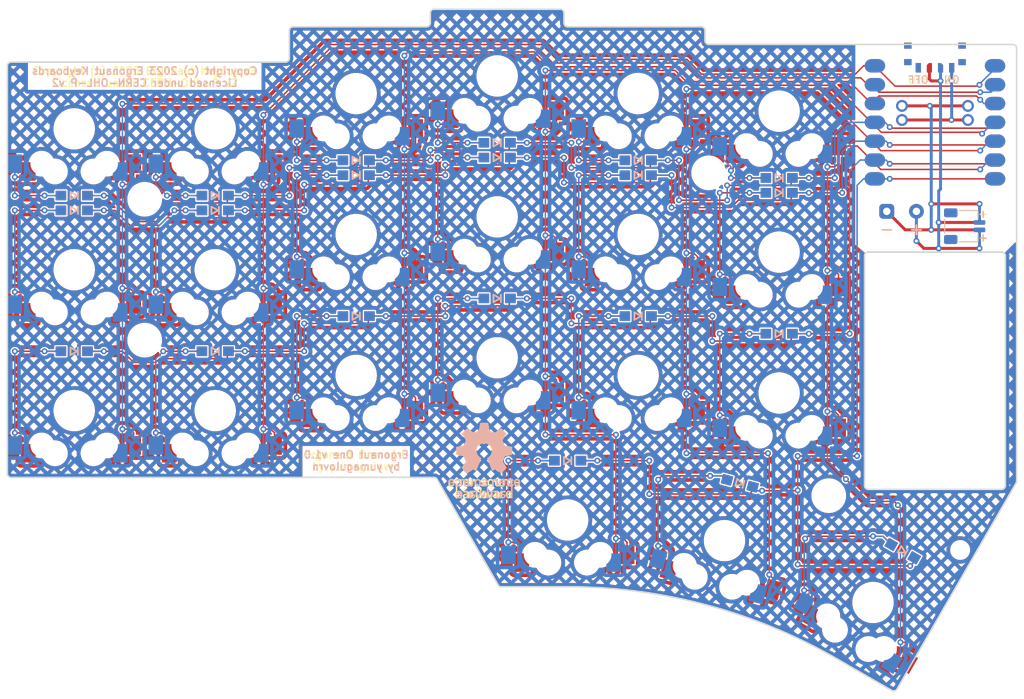
<source format=kicad_pcb>
(kicad_pcb (version 20221018) (generator pcbnew)
  (layers (0 "F.Cu" signal) (31 "B.Cu" signal) (34 "B.Paste" user) (35 "F.Paste" user) (36 "B.SilkS" user "B.Silkscreen") (37 "F.SilkS" user "F.Silkscreen") (38 "B.Mask" user) (39 "F.Mask" user) (44 "Edge.Cuts" user))
  (net 0 "")
  (net 1 "R0")
  (net 2 "Net-(D1-A)")
  (net 3 "Net-(D2-A)")
  (net 4 "Net-(D3-A)")
  (net 5 "Net-(D4-A)")
  (net 6 "Net-(D5-A)")
  (net 7 "Net-(D6-A)")
  (net 8 "R1")
  (net 9 "Net-(D7-A)")
  (net 10 "Net-(D8-A)")
  (net 11 "Net-(D9-A)")
  (net 12 "Net-(D10-A)")
  (net 13 "Net-(D11-A)")
  (net 14 "Net-(D12-A)")
  (net 15 "R2")
  (net 16 "Net-(D13-A)")
  (net 17 "Net-(D14-A)")
  (net 18 "Net-(D15-A)")
  (net 19 "Net-(D16-A)")
  (net 20 "Net-(D17-A)")
  (net 21 "Net-(D18-A)")
  (net 22 "R3")
  (net 23 "Net-(D19-A)")
  (net 24 "Net-(D20-A)")
  (net 25 "Net-(D21-A)")
  (net 26 "Net-(J1-Pin_1)")
  (net 27 "B-")
  (net 28 "B+")
  (net 30 "C0")
  (net 31 "C1")
  (net 32 "C2")
  (net 33 "C3")
  (net 34 "C4")
  (net 35 "C5")
  (net 37 "+3V3")
  (net 38 "GND")
  (net 39 "+5V")
  (footprint "one:KS-27_KS-33_Hotswap_1U_DUAL" (layer "F.Cu") (at 192.153537 130.867912 -30)
    (fp_text reference "SW21")
    (fp_text value "SW_SPST" hide)
  )
  (footprint "one:KS-27_KS-33_Hotswap_1U_DUAL" (layer "F.Cu") (at 122.5 81.24097)
    (fp_text reference "SW9")
    (fp_text value "SW_SPST" hide)
  )
  (footprint "one:Hole_4.2mm" (layer "F.Cu") (at 94 95.49097)
    (fp_text reference "H2" hide)
    (fp_text value "MountingHole" hide)
  )
  (footprint "one:Hole_2.2mm" (layer "F.Cu") (at 191.5 80.11597)
    (fp_text reference "H6" hide)
    (fp_text value "StandoffHole" hide)
  )
  (footprint "one:Hole_4.2mm" (layer "F.Cu") (at 94 76.49097)
    (fp_text reference "H1" hide)
    (fp_text value "MountingHole" hide)
  )
  (footprint "one:KS-27_KS-33_Hotswap_1U_DUAL" (layer "F.Cu") (at 172.135076 122.523186 -15)
    (fp_text reference "SW20")
    (fp_text value "SW_SPST" hide)
  )
  (footprint "one:KS-27_KS-33_Hotswap_1U_DUAL" (layer "F.Cu") (at 103.5 66.99097)
    (fp_text reference "SW2")
    (fp_text value "SW_SPST" hide)
  )
  (footprint "one:Hole_4.2mm" (layer "F.Cu") (at 186.182152 116.463137)
    (fp_text reference "H4" hide)
    (fp_text value "MountingHole" hide)
  )
  (footprint "one:KS-27_KS-33_Hotswap_1U_DUAL" (layer "F.Cu") (at 84.5 85.99097)
    (fp_text reference "SW7")
    (fp_text value "SW_SPST" hide)
  )
  (footprint "one:KS-27_KS-33_Hotswap_1U_DUAL" (layer "F.Cu") (at 160.5 62.24097)
    (fp_text reference "SW5")
    (fp_text value "SW_SPST" hide)
  )
  (footprint "one:KS-27_KS-33_Hotswap_1U_DUAL" (layer "F.Cu") (at 122.5 100.24097)
    (fp_text reference "SW15")
    (fp_text value "SW_SPST" hide)
  )
  (footprint "one:KS-27_KS-33_Hotswap_1U_DUAL" (layer "F.Cu") (at 179.5 83.61597)
    (fp_text reference "SW12")
    (fp_text value "SW_SPST" hide)
  )
  (footprint "one:XIAO_nRF52840_DUAL" (layer "F.Cu") (at 200.5 55.616046)
    (fp_text reference "U1" hide)
    (fp_text value "XIAO_nRF52840" hide)
  )
  (footprint "one:Battery" (layer "F.Cu") (at 196 78.11597 180)
    (fp_text reference "J1" hide)
    (fp_text value "BATT" hide)
  )
  (footprint "one:Hole_2.2mm" (layer "F.Cu") (at 203.89201 123.788716)
    (fp_text reference "H8" hide)
    (fp_text value "StandoffHole" hide)
  )
  (footprint "one:KS-27_KS-33_Hotswap_1U_DUAL" (layer "F.Cu") (at 179.5 64.61597)
    (fp_text reference "SW6")
    (fp_text value "SW_SPST" hide)
  )
  (footprint "one:KS-27_KS-33_Hotswap_1U_DUAL" (layer "F.Cu") (at 160.5 100.24097)
    (fp_text reference "SW17")
    (fp_text value "SW_SPST" hide)
  )
  (footprint "one:KS-27_KS-33_Hotswap_1U_DUAL" (layer "F.Cu") (at 160.5 81.24097)
    (fp_text reference "SW11")
    (fp_text value "SW_SPST" hide)
  )
  (footprint "one:OSHW-logo" (layer "F.Cu") (at 139.75 111.74097)
    (fp_text reference "G***" hide)
    (fp_text value "LOGO" hide)
  )
  (footprint "one:KS-27_KS-33_Hotswap_1U_DUAL" (layer "F.Cu") (at 122.5 62.24097)
    (fp_text reference "SW3")
    (fp_text value "SW_SPST" hide)
  )
  (footprint "one:KS-27_KS-33_Hotswap_1U_DUAL" (layer "F.Cu") (at 179.5 102.61597)
    (fp_text reference "SW18")
    (fp_text value "SW_SPST" hide)
  )
  (footprint "one:KS-27_KS-33_Hotswap_1U_DUAL" (layer "F.Cu") (at 103.5 85.99097)
    (fp_text reference "SW8")
    (fp_text value "SW_SPST" hide)
  )
  (footprint "one:KS-27_KS-33_Hotswap_1U_DUAL" (layer "F.Cu") (at 141.5 59.86597)
    (fp_text reference "SW4")
    (fp_text value "SW_SPST" hide)
  )
  (footprint "one:KS-27_KS-33_Hotswap_1U_DUAL" (layer "F.Cu") (at 151 119.7407)
    (fp_text reference "SW19")
    (fp_text value "SW_SPST" hide)
  )
  (footprint "one:KS-27_KS-33_Hotswap_1U_DUAL" (layer "F.Cu") (at 84.5 66.99097)
    (fp_text reference "SW1")
    (fp_text value "SW_SPST" hide)
  )
  (footprint "one:KS-27_KS-33_Hotswap_1U_DUAL" (layer "F.Cu") (at 141.5 97.86597)
    (fp_text reference "SW16")
    (fp_text value "SW_SPST" hide)
  )
  (footprint "one:Hole_2.2mm" (layer "F.Cu") (at 209.5 80.11597)
    (fp_text reference "H7" hide)
    (fp_text value "StandoffHole" hide)
  )
  (footprint "one:KS-27_KS-33_Hotswap_1U_DUAL" (layer "F.Cu") (at 103.5 104.99097)
    (fp_text reference "SW14")
    (fp_text value "SW_SPST" hide)
  )
  (footprint "one:Hole_4.2mm" (layer "F.Cu") (at 170 72.92847)
    (fp_text reference "H3" hide)
    (fp_text value "MountingHole" hide)
  )
  (footprint "one:KS-27_KS-33_Hotswap_1U_DUAL" (layer "F.Cu") (at 84.5 104.99097)
    (fp_text reference "SW13")
    (fp_text value "SW_SPST" hide)
  )
  (footprint "one:KS-27_KS-33_Hotswap_1U_DUAL" (layer "F.Cu") (at 141.5 78.86597)
    (fp_text reference "SW10")
    (fp_text value "SW_SPST" hide)
  )
  (footprint "one:Diode_TH_SMD_DUAL" (layer "B.Cu") (at 174.205628 114.795779 165)
    (fp_text reference "D20" hide)
    (fp_text value "D_Small" hide)
  )
  (footprint "one:Diode_TH_SMD_DUAL" (layer "B.Cu") (at 179.5 94.61597 180)
    (fp_text reference "D18" hide)
    (fp_text value "D_Small" hide)
  )
  (footprint "one:Diode_TH_SMD_DUAL" (layer "B.Cu") (at 196.153537 123.939709 150)
    (fp_text reference "D21" hide)
    (fp_text value "D_Small" hide)
  )
  (footprint "one:Diode_TH_SMD_DUAL" (layer "B.Cu") (at 151 111.7407 180)
    (fp_text reference "D19" hide)
    (fp_text value "D_Small" hide)
  )
  (footprint "one:Diode_TH_SMD_DUAL" (layer "B.Cu") (at 103.5 75.99097 180)
    (fp_text reference "D2" hide)
    (fp_text value "D_Small" hide)
  )
  (footprint "one:Diode_TH_SMD_DUAL" (layer "B.Cu") (at 103.5 77.99097 180)
    (fp_text reference "D8" hide)
    (fp_text value "D_Small" hide)
  )
  (footprint "one:Diode_TH_SMD_DUAL" (layer "B.Cu") (at 160.5 92.24097 180)
    (fp_text reference "D17" hide)
    (fp_text value "D_Small" hide)
  )
  (footprint "one:JST_SH_Battery_DUAL" (layer "B.Cu") (at 204.5 80.11597 90)
    (fp_text reference "J2" hide)
    (fp_text value "BATT")
  )
  (footprint "one:Diode_TH_SMD_DUAL" (layer "B.Cu") (at 179.5 73.61597 180)
    (fp_text reference "D6" hide)
    (fp_text value "D_Small" hide)
  )
  (footprint "one:Diode_TH_SMD_DUAL" (layer "B.Cu") (at 84.5 77.99097 180)
    (fp_text reference "D7" hide)
    (fp_text value "D_Small" hide)
  )
  (footprint "one:Diode_TH_SMD_DUAL" (layer "B.Cu") (at 179.5 75.61597 180)
    (fp_text reference "D12" hide)
    (fp_text value "D_Small" hide)
  )
  (footprint "one:Diode_TH_SMD_DUAL" (layer "B.Cu") (at 141.5 68.86597 180)
    (fp_text reference "D4" hide)
    (fp_text value "D_Small" hide)
  )
  (footprint "one:Diode_TH_SMD_DUAL" (layer "B.Cu") (at 141.5 70.86597 180)
    (fp_text reference "D10" hide)
    (fp_text value "D_Small" hide)
  )
  (footprint "one:Diode_TH_SMD_DUAL" (layer "B.Cu") (at 160.5 71.24097 180)
    (fp_text reference "D5" hide)
    (fp_text value "D_Small" hide)
  )
  (footprint "one:Diode_TH_SMD_DUAL" (layer "B.Cu") (at 122.5 71.24097 180)
    (fp_text reference "D3" hide)
    (fp_text value "D_Small" hide)
  )
  (footprint "one:Diode_TH_SMD_DUAL" (layer "B.Cu") (at 141.5 89.86597 180)
    (fp_text reference "D16" hide)
    (fp_text value "D_Small" hide)
  )
  (footprint "one:Diode_TH_SMD_DUAL" (layer "B.Cu") (at 84.5 96.99097 180)
    (fp_text reference "D13" hide)
    (fp_text value "D_Small" hide)
  )
  (footprint "one:OSHW-logo" (layer "B.Cu") (at 139.75 111.74097 180)
    (fp_text reference "G***" hide)
    (fp_text value "LOGO" hide)
  )
  (footprint "one:Diode_TH_SMD_DUAL" (layer "B.Cu") (at 160.5 73.24097 180)
    (fp_text reference "D11" hide)
    (fp_text value "D_Small" hide)
  )
  (footprint "one:MSK-12C02_DUAL" (layer "B.Cu") (at 200.5 55.616046 180)
    (fp_text reference "PWR1" hide)
    (fp_text value "SW_SPDT")
  )
  (footprint "one:Diode_TH_SMD_DUAL" (layer "B.Cu") (at 122.5 73.24097 180)
    (fp_text reference "D9" hide)
    (fp_text value "D_Small" hide)
  )
  (footprint "one:Diode_TH_SMD_DUAL" (layer "B.Cu") (at 84.5 75.99097 180)
    (fp_text reference "D1" hide)
    (fp_text value "D_Small" hide)
  )
  (footprint "one:Diode_TH_SMD_DUAL" (layer "B.Cu") (at 122.5 92.24097 180)
    (fp_text reference "D15" hide)
    (fp_text value "D_Small" hide)
  )
  (footprint "one:Diode_TH_SMD_DUAL" (layer "B.Cu") (at 103.5 96.99097 180)
    (fp_text reference "D14" hide)
    (fp_text value "D_Small" hide)
  )
  (gr_line (start 75.5 113.49097) (end 75.5 58.49097) (stroke (width 0.2)) (layer "Edge.Cuts"))
  (gr_arc (start 170 55.61597) (mid 169.646444 55.469524) (end 169.5 55.11597) (stroke (width 0.2)) (layer "Edge.Cuts"))
  (gr_line (start 170 55.61597) (end 200.5 55.616046) (stroke (width 0.2)) (layer "Edge.Cuts"))
  (gr_arc (start 142.07735 128.7407) (mid 141.827328 128.673735) (end 141.644338 128.4907) (stroke (width 0.2)) (layer "Edge.Cuts"))
  (gr_line (start 132.5 52.74097) (end 132.5 51.36597) (stroke (width 0.2)) (layer "Edge.Cuts"))
  (gr_line (start 133 50.86597) (end 150 50.86597) (stroke (width 0.2)) (layer "Edge.Cuts"))
  (gr_line (start 150.5 51.36597) (end 150.5 52.74097) (stroke (width 0.2)) (layer "Edge.Cuts"))
  (gr_arc (start 211.5 114.477316) (mid 211.482974 114.60673) (end 211.433013 114.727316) (stroke (width 0.2)) (layer "Edge.Cuts"))
  (gr_line (start 210 84.11597) (end 210 115.11597) (stroke (width 0.2)) (layer "Edge.Cuts"))
  (gr_line (start 211.5 56.11597) (end 211.5 114.477316) (stroke (width 0.2)) (layer "Edge.Cuts"))
  (gr_arc (start 151 53.24097) (mid 150.646444 53.094524) (end 150.5 52.74097) (stroke (width 0.2)) (layer "Edge.Cuts"))
  (gr_line (start 191.5 83.61597) (end 209.5 83.61597) (stroke (width 0.2)) (layer "Edge.Cuts"))
  (gr_line (start 211.433013 114.727316) (end 195.374061 142.542237) (stroke (width 0.2)) (layer "Edge.Cuts"))
  (gr_arc (start 113.5 53.74097) (mid 113.646444 53.387411) (end 114 53.24097) (stroke (width 0.2)) (layer "Edge.Cuts"))
  (gr_arc (start 151 128.7407) (mid 169.805705 131.216518) (end 187.329832 138.475249) (stroke (width 0.2)) (layer "Edge.Cuts"))
  (gr_arc (start 132.5 51.36597) (mid 132.646444 51.012411) (end 133 50.86597) (stroke (width 0.2)) (layer "Edge.Cuts"))
  (gr_arc (start 132.5 52.74097) (mid 132.353551 53.094518) (end 132 53.24097) (stroke (width 0.2)) (layer "Edge.Cuts"))
  (gr_line (start 169.5 53.74097) (end 169.5 55.11597) (stroke (width 0.2)) (layer "Edge.Cuts"))
  (gr_line (start 191 115.11597) (end 191 84.11597) (stroke (width 0.2)) (layer "Edge.Cuts"))
  (gr_arc (start 210 115.11597) (mid 209.853551 115.469518) (end 209.5 115.61597) (stroke (width 0.2)) (layer "Edge.Cuts"))
  (gr_arc (start 191.5 115.61597) (mid 191.146444 115.469524) (end 191 115.11597) (stroke (width 0.2)) (layer "Edge.Cuts"))
  (gr_arc (start 191 84.11597) (mid 191.146444 83.762411) (end 191.5 83.61597) (stroke (width 0.2)) (layer "Edge.Cuts"))
  (gr_arc (start 169 53.24097) (mid 169.353551 53.387417) (end 169.5 53.74097) (stroke (width 0.2)) (layer "Edge.Cuts"))
  (gr_arc (start 132.984239 113.99097) (mid 133.234224 114.057973) (end 133.417252 114.24097) (stroke (width 0.2)) (layer "Edge.Cuts"))
  (gr_line (start 151 53.24097) (end 169 53.24097) (stroke (width 0.2)) (layer "Edge.Cuts"))
  (gr_arc (start 209.5 83.61597) (mid 209.853551 83.762417) (end 210 84.11597) (stroke (width 0.2)) (layer "Edge.Cuts"))
  (gr_line (start 151 128.7407) (end 142.07735 128.7407) (stroke (width 0.2)) (layer "Edge.Cuts"))
  (gr_line (start 209.5 115.61597) (end 191.5 115.61597) (stroke (width 0.2)) (layer "Edge.Cuts"))
  (gr_arc (start 75.5 58.49097) (mid 75.646444 58.137411) (end 76 57.99097) (stroke (width 0.2)) (layer "Edge.Cuts"))
  (gr_line (start 114 53.24097) (end 132 53.24097) (stroke (width 0.2)) (layer "Edge.Cuts"))
  (gr_arc (start 211 55.61597) (mid 211.353551 55.762417) (end 211.5 56.11597) (stroke (width 0.2)) (layer "Edge.Cuts"))
  (gr_line (start 141.644338 128.4907) (end 133.417252 114.24097) (stroke (width 0.2)) (layer "Edge.Cuts"))
  (gr_arc (start 76 113.99097) (mid 75.646444 113.844524) (end 75.5 113.49097) (stroke (width 0.2)) (layer "Edge.Cuts"))
  (gr_line (start 132.984239 113.99097) (end 76 113.99097) (stroke (width 0.2)) (layer "Edge.Cuts"))
  (gr_arc (start 150 50.86597) (mid 150.353551 51.012417) (end 150.5 51.36597) (stroke (width 0.2)) (layer "Edge.Cuts"))
  (gr_line (start 194.691048 142.725249) (end 187.329832 138.475249) (stroke (width 0.2)) (layer "Edge.Cuts"))
  (gr_arc (start 113.5 57.49097) (mid 113.353551 57.844518) (end 113 57.99097) (stroke (width 0.2)) (layer "Edge.Cuts"))
  (gr_line (start 113.5 57.49097) (end 113.5 53.74097) (stroke (width 0.2)) (layer "Edge.Cuts"))
  (gr_line (start 76 57.99097) (end 113 57.99097) (stroke (width 0.2)) (layer "Edge.Cuts"))
  (gr_line (start 200.5 55.616046) (end 211 55.61597) (stroke (width 0.2)) (layer "Edge.Cuts"))
  (gr_arc (start 195.374061 142.542237) (mid 195.070453 142.775244) (end 194.691048 142.725249) (stroke (width 0.2)) (layer "Edge.Cuts"))
  (gr_text "Ergonaut One v1.0\nby yumagulovrn" (at 122.5 111.74097) (layer "B.SilkS") (effects (font (size 1 1) (thickness 0.2) bold) (justify mirror)))
  (gr_text "Copyright (c) 2023 Ergonaut Keyboards\nLicensed under CERN-OHL-P v2" (at 94 59.99097) (layer "B.SilkS") (effects (font (size 1 1) (thickness 0.2) bold) (justify mirror)))
  (gr_text "Ergonaut One v1.0\nby yumagulovrn" (at 122.5 111.74097) (layer "F.SilkS") (effects (font (size 1 1) (thickness 0.2) bold)))
  (gr_text "Copyright (c) 2023 Ergonaut Keyboards\nLicensed under CERN-OHL-P v2" (at 94 59.99097) (layer "F.SilkS") (effects (font (size 1 1) (thickness 0.2) bold)))
  (segment (start 194.5465 66.899046) (end 208.28696 66.899046) (width 0.2) (layer "F.Cu") (net 1))
  (segment (start 162.2875 71.24097) (end 164.5 71.24097) (width 0.2) (layer "F.Cu") (net 1))
  (segment (start 86.2875 75.99097) (end 88.5 75.99097) (width 0.2) (layer "F.Cu") (net 1))
  (segment (start 107.5 75.99097) (end 113.499996 75.99097) (width 0.2) (layer "F.Cu") (net 1))
  (segment (start 162.1375 72.10347) (end 162.1375 71.24097) (width 0.2) (layer "F.Cu") (net 1))
  (segment (start 151.5 72.24097) (end 162 72.24097) (width 0.2) (layer "F.Cu") (net 1))
  (segment (start 92.5 79.49097) (end 95.5 79.49097) (width 0.2) (layer "F.Cu") (net 1))
  (segment (start 162 72.24097) (end 162.1375 72.10347) (width 0.2) (layer "F.Cu") (net 1))
  (segment (start 143 69.86597) (end 143.1375 69.72847) (width 0.2) (layer "F.Cu") (net 1))
  (segment (start 181.1375 74.47847) (end 181.1375 73.61597) (width 0.2) (layer "F.Cu") (net 1))
  (segment (start 166 76.61597) (end 172.5 76.61597) (width 0.2) (layer "F.Cu") (net 1))
  (segment (start 194.404 66.756546) (end 194.5465 66.899046) (width 0.2) (layer "F.Cu") (net 1))
  (segment (start 89 75.99097) (end 92.5 79.49097) (width 0.2) (layer "F.Cu") (net 1))
  (segment (start 172.5 74.61597) (end 181 74.61597) (width 0.2) (layer "F.Cu") (net 1))
  (segment (start 124.1375 72.10347) (end 124 72.24097) (width 0.2) (layer "F.Cu") (net 1))
  (segment (start 124.2875 71.24097) (end 126.5 71.24097) (width 0.2) (layer "F.Cu") (net 1))
  (segment (start 105 76.99097) (end 105.1375 76.85347) (width 0.2) (layer "F.Cu") (net 1))
  (segment (start 183.5 73.61597) (end 181.2875 73.61597) (width 0.2) (layer "F.Cu") (net 1))
  (segment (start 126.5 71.24097) (end 132.5 71.24097) (width 0.2) (layer "F.Cu") (net 1))
  (segment (start 88.5 75.99097) (end 89 75.99097) (width 0.2) (layer "F.Cu") (net 1))
  (segment (start 105.2875 75.99097) (end 107.5 75.99097) (width 0.2) (layer "F.Cu") (net 1))
  (segment (start 98 76.99097) (end 105 76.99097) (width 0.2) (layer "F.Cu") (net 1))
  (segment (start 164.5 71.24097) (end 166 71.24097) (width 0.2) (layer "F.Cu") (net 1))
  (segment (start 105.1375 76.85347) (end 105.1375 75.99097) (width 0.2) (layer "F.Cu") (net 1))
  (segment (start 181 74.61597) (end 181.1375 74.47847) (width 0.2) (layer "F.Cu") (net 1))
  (segment (start 143.1375 69.72847) (end 143.1375 68.86597) (width 0.2) (layer "F.Cu") (net 1))
  (segment (start 124.1375 71.24097) (end 124.1375 72.10347) (width 0.2) (layer "F.Cu") (net 1))
  (segment (start 132.5 69.86597) (end 143 69.86597) (width 0.2) (layer "F.Cu") (net 1))
  (segment (start 124 72.24097) (end 113.5 72.24097) (width 0.2) (layer "F.Cu") (net 1))
  (segment (start 208.28696 66.899046) (end 209.06996 66.116046) (width 0.2) (layer "F.Cu") (net 1))
  (segment (start 143.2875 68.86597) (end 145.5 68.86597) (width 0.2) (layer "F.Cu") (net 1))
  (segment (start 145.5 68.86597) (end 151.5 68.86597) (width 0.2) (layer "F.Cu") (net 1))
  (segment (start 187 73.61597) (end 183.5 73.61597) (width 0.2) (layer "F.Cu") (net 1))
  (segment (start 95.5 79.49097) (end 98 76.99097) (width 0.2) (layer "F.Cu") (net 1))
  (via (at 132.5 71.24097) (size 0.8) (drill 0.4) (layers "F.Cu" "B.Cu") (net 1))
  (via (at 194.404 66.756546) (size 0.8) (drill 0.4) (layers "F.Cu" "B.Cu") (net 1))
  (via (at 126.5 71.24097) (size 0.8) (drill 0.4) (layers "F.Cu" "B.Cu") (net 1))
  (via (at 151.5 68.86597) (size 0.8) (drill 0.4) (layers "F.Cu" "B.Cu") (net 1))
  (via (at 145.5 68.86597) (size 0.8) (drill 0.4) (layers "F.Cu" "B.Cu") (net 1))
  (via (at 107.5 75.99097) (size 0.8) (drill 0.4) (layers "F.Cu" "B.Cu") (net 1))
  (via (at 172.5 76.61597) (size 0.8) (drill 0.4) (layers "F.Cu" "B.Cu") (net 1))
  (via (at 166 71.24097) (size 0.8) (drill 0.4) (layers "F.Cu" "B.Cu") (net 1))
  (via (at 113.499996 75.99097) (size 0.8) (drill 0.4) (layers "F.Cu" "B.Cu") (net 1))
  (via (at 132.5 69.86597) (size 0.8) (drill 0.4) (layers "F.Cu" "B.Cu") (net 1))
  (via (at 183.5 73.61597) (size 0.8) (drill 0.4) (layers "F.Cu" "B.Cu") (net 1))
  (via (at 88.5 75.99097) (size 0.8) (drill 0.4) (layers "F.Cu" "B.Cu") (net 1))
  (via (at 151.5 72.24097) (size 0.8) (drill 0.4) (layers "F.Cu" "B.Cu") (net 1))
  (via (at 187 73.61597) (size 0.8) (drill 0.4) (layers "F.Cu" "B.Cu") (net 1))
  (via (at 166 76.61597) (size 0.8) (drill 0.4) (layers "F.Cu" "B.Cu") (net 1))
  (via (at 164.5 71.24097) (size 0.8) (drill 0.4) (layers "F.Cu" "B.Cu") (net 1))
  (via (at 172.5 74.61597) (size 0.8) (drill 0.4) (layers "F.Cu" "B.Cu") (net 1))
  (via (at 113.5 72.24097) (size 0.8) (drill 0.4) (layers "F.Cu" "B.Cu") (net 1))
  (segment (start 181.2875 73.61597) (end 183.5 73.61597) (width 0.2) (layer "B.Cu") (net 1))
  (segment (start 193.7635 66.116046) (end 191.93004 66.116046) (width 0.2) (layer "B.Cu") (net 1))
  (segment (start 194.404 66.756546) (end 193.7635 66.116046) (width 0.2) (layer "B.Cu") (net 1))
  (segment (start 143.2875 68.86597) (end 145.5 68.86597) (width 0.2) (layer "B.Cu") (net 1))
  (segment (start 187 73.61597) (end 187 67.616046) (width 0.2) (layer "B.Cu") (net 1))
  (segment (start 166 71.24097) (end 166 76.61597) (width 0.2) (layer "B.Cu") (net 1))
  (segment (start 187 67.616046) (end 188.5 66.116046) (width 0.2) (layer "B.Cu") (net 1))
  (segment (start 132.5 71.24097) (end 132.5 69.86597) (width 0.2) (layer "B.Cu") (net 1))
  (segment (start 151.5 68.86597) (end 151.5 72.24097) (width 0.2) (layer "B.Cu") (net 1))
  (segment (start 113.5 75.990966) (end 113.499996 75.99097) (width 0.2) (layer "B.Cu") (net 1))
  (segment (start 88.5 75.99097) (end 86.2875 75.99097) (width 0.2) (layer "B.Cu") (net 1))
  (segment (start 188.5 66.116046) (end 191.93004 66.116046) (width 0.2) (layer "B.Cu") (net 1))
  (segment (start 126.5 71.24097) (end 124.2875 71.24097) (width 0.2) (layer "B.Cu") (net 1))
  (segment (start 172.5 76.61597) (end 172.5 74.61597) (width 0.2) (layer "B.Cu") (net 1))
  (segment (start 164.5 71.24097) (end 162.2875 71.24097) (width 0.2) (layer "B.Cu") (net 1))
  (segment (start 107.5 75.99097) (end 105.2875 75.99097) (width 0.2) (layer "B.Cu") (net 1))
  (segment (start 113.5 72.24097) (end 113.5 75.990966) (width 0.2) (layer "B.Cu") (net 1))
  (segment (start 76.5 75.99097) (end 80.5 75.99097) (width 0.2) (layer "F.Cu") (net 2))
  (segment (start 80.5 75.99097) (end 82.7125 75.99097) (width 0.2) (layer "F.Cu") (net 2))
  (segment (start 78.3 72.74097) (end 78.25 72.74097) (width 0.2) (layer "F.Cu") (net 2))
  (segment (start 78.25 72.74097) (end 77.5 73.49097) (width 0.2) (layer "F.Cu") (net 2))
  (segment (start 77.5 73.49097) (end 76.5 73.49097) (width 0.2) (layer "F.Cu") (net 2))
  (via (at 76.5 75.99097) (size 0.8) (drill 0.4) (layers "F.Cu" "B.Cu") (net 2))
  (via (at 80.5 75.99097) (size 0.8) (drill 0.4) (layers "F.Cu" "B.Cu") (net 2))
  (via (at 76.5 73.49097) (size 0.8) (drill 0.4) (layers "F.Cu" "B.Cu") (net 2))
  (segment (start 76.5 73.49097) (end 76.5 75.99097) (width 0.2) (layer "B.Cu") (net 2))
  (segment (start 80.5 75.99097) (end 82.7125 75.99097) (width 0.2) (layer "B.Cu") (net 2))
  (segment (start 76.5 71.69097) (end 76.5 73.49097) (width 0.2) (layer "B.Cu") (net 2))
  (segment (start 97 75.99097) (end 99.5 75.99097) (width 0.2) (layer "F.Cu") (net 3))
  (segment (start 99.5 75.99097) (end 101.7125 75.99097) (width 0.2) (layer "F.Cu") (net 3))
  (segment (start 97.3 72.74097) (end 96.55 73.49097) (width 0.2) (layer "F.Cu") (net 3))
  (segment (start 96.55 73.49097) (end 95.5 73.49097) (width 0.2) (layer "F.Cu") (net 3))
  (via (at 97 75.99097) (size 0.8) (drill 0.4) (layers "F.Cu" "B.Cu") (net 3))
  (via (at 99.5 75.99097) (size 0.8) (drill 0.4) (layers "F.Cu" "B.Cu") (net 3))
  (via (at 95.5 73.49097) (size 0.8) (drill 0.4) (layers "F.Cu" "B.Cu") (net 3))
  (segment (start 95.5 73.49097) (end 95.5 74.49097) (width 0.2) (layer "B.Cu") (net 3))
  (segment (start 99.5 75.99097) (end 101.7125 75.99097) (width 0.2) (layer "B.Cu") (net 3))
  (segment (start 96.5 75.49097) (end 97 75.99097) (width 0.2) (layer "B.Cu") (net 3))
  (segment (start 95.5 74.49097) (end 96.5 75.49097) (width 0.2) (layer "B.Cu") (net 3))
  (segment (start 95.5 71.69097) (end 95.5 73.49097) (width 0.2) (layer "B.Cu") (net 3))
  (segment (start 114.5 71.24097) (end 118.5 71.24097) (width 0.2) (layer "F.Cu") (net 4))
  (segment (start 116.3 67.99097) (end 115.55 68.74097) (width 0.2) (layer "F.Cu") (net 4))
  (segment (start 115.55 68.74097) (end 114.5 68.74097) (width 0.2) (layer "F.Cu") (net 4))
  (segment (start 118.5 71.24097) (end 120.7125 71.24097) (width 0.2) (layer "F.Cu") (net 4))
  (via (at 114.5 71.24097) (size 0.8) (drill 0.4) (layers "F.Cu" "B.Cu") (net 4))
  (via (at 114.5 68.74097) (size 0.8) (drill 0.4) (layers "F.Cu" "B.Cu") (net 4))
  (via (at 118.5 71.24097) (size 0.8) (drill 0.4) (layers "F.Cu" "B.Cu") (net 4))
  (segment (start 114.5 66.94097) (end 114.5 68.74097) (width 0.2) (layer "B.Cu") (net 4))
  (segment (start 114.5 68.74097) (end 114.5 71.24097) (width 0.2) (layer "B.Cu") (net 4))
  (segment (start 118.5 71.24097) (end 120.7125 71.24097) (width 0.2) (layer "B.Cu") (net 4))
  (segment (start 137.5 68.86597) (end 139.7125 68.86597) (width 0.2) (layer "F.Cu") (net 5))
  (segment (start 135.3 65.61597) (end 134.55 66.36597) (width 0.2) (layer "F.Cu") (net 5))
  (segment (start 133.5 68.86597) (end 137.5 68.86597) (width 0.2) (layer "F.Cu") (net 5))
  (segment (start 134.55 66.36597) (end 133.5 66.36597) (width 0.2) (layer "F.Cu") (net 5))
  (via (at 133.5 68.86597) (size 0.8) (drill 0.4) (layers "F.Cu" "B.Cu") (net 5))
  (via (at 133.5 66.36597) (size 0.8) (drill 0.4) (layers "F.Cu" "B.Cu") (net 5))
  (via (at 137.5 68.86597) (size 0.8) (drill 0.4) (layers "F.Cu" "B.Cu") (net 5))
  (segment (start 137.5 68.86597) (end 139.7125 68.86597) (width 0.2) (layer "B.Cu") (net 5))
  (segment (start 133.5 66.36597) (end 133.5 68.86597) (width 0.2) (layer "B.Cu") (net 5))
  (segment (start 133.5 64.56597) (end 133.5 66.36597) (width 0.2) (layer "B.Cu") (net 5))
  (segment (start 154.3 67.99097) (end 153.55 68.74097) (width 0.2) (layer "F.Cu") (net 6))
  (segment (start 153.55 68.74097) (end 152.5 68.74097) (width 0.2) (layer "F.Cu") (net 6))
  (segment (start 156.5 71.24097) (end 158.7125 71.24097) (width 0.2) (layer "F.Cu") (net 6))
  (segment (start 152.5 71.24097) (end 156.5 71.24097) (width 0.2) (layer "F.Cu") (net 6))
  (via (at 152.5 68.74097) (size 0.8) (drill 0.4) (layers "F.Cu" "B.Cu") (net 6))
  (via (at 156.5 71.24097) (size 0.8) (drill 0.4) (layers "F.Cu" "B.Cu") (net 6))
  (via (at 152.5 71.24097) (size 0.8) (drill 0.4) (layers "F.Cu" "B.Cu") (net 6))
  (segment (start 152.5 68.74097) (end 152.5 71.24097) (width 0.2) (layer "B.Cu") (net 6))
  (segment (start 156.5 71.24097) (end 158.7125 71.24097) (width 0.2) (layer "B.Cu") (net 6))
  (segment (start 152.5 66.94097) (end 152.5 68.74097) (width 0.2) (layer "B.Cu") (net 6))
  (segment (start 175.5 73.61597) (end 177.7125 73.61597) (width 0.2) (layer "F.Cu") (net 7))
  (segment (start 173.3 70.36597) (end 173.3 72.31597) (width 0.2) (layer "F.Cu") (net 7))
  (segment (start 173 73.61597) (end 175.5 73.61597) (width 0.2) (layer "F.Cu") (net 7))
  (segment (start 173.3 72.31597) (end 173 72.61597) (width 0.2) (layer "F.Cu") (net 7))
  (via (at 173 72.61597) (size 0.8) (drill 0.4) (layers "F.Cu" "B.Cu") (net 7))
  (via (at 175.5 73.61597) (size 0.8) (drill 0.4) (layers "F.Cu" "B.Cu") (net 7))
  (via (at 173 73.61597) (size 0.8) (drill 0.4) (layers "F.Cu" "B.Cu") (net 7))
  (segment (start 173 72.61597) (end 173 73.61597) (width 0.2) (layer "B.Cu") (net 7))
  (segment (start 177.7125 73.61597) (end 175.5 73.61597) (width 0.2) (layer "B.Cu") (net 7))
  (segment (start 173 72.11597) (end 173 72.61597) (width 0.2) (layer "B.Cu") (net 7))
  (segment (start 172.5 71.61597) (end 173 72.11597) (width 0.2) (layer "B.Cu") (net 7))
  (segment (start 171.5 70.61597) (end 172.5 71.61597) (width 0.2) (layer "B.Cu") (net 7))
  (segment (start 171.5 69.31597) (end 171.5 70.61597) (width 0.2) (layer "B.Cu") (net 7))
  (segment (start 96 79.99097) (end 97 78.99097) (width 0.2) (layer "F.Cu") (net 8))
  (segment (start 105.2875 77.99097) (end 107.5 77.99097) (width 0.2) (layer "F.Cu") (net 8))
  (segment (start 162.1375 74.10347) (end 162.1375 73.24097) (width 0.2) (layer "F.Cu") (net 8))
  (segment (start 123.74097 74.5) (end 124.1375 74.10347) (width 0.2) (layer "F.Cu") (net 8))
  (segment (start 183.5 75.61597) (end 181.2875 75.61597) (width 0.2) (layer "F.Cu") (net 8))
  (segment (start 92 79.99097) (end 96 79.99097) (width 0.2) (layer "F.Cu") (net 8))
  (segment (start 124.1375 74.10347) (end 124.1375 73.24097) (width 0.2) (layer "F.Cu") (net 8))
  (segment (start 173 77.61597) (end 174 76.61597) (width 0.2) (layer "F.Cu") (net 8))
  (segment (start 143.2875 70.86597) (end 145.5 70.86597) (width 0.2) (layer "F.Cu") (net 8))
  (segment (start 208.56196 69.164046) (end 209.06996 68.656046) (width 0.2) (layer "F.Cu") (net 8))
  (segment (start 145.5 70.86597) (end 150.5 70.86597) (width 0.2) (layer "F.Cu") (net 8))
  (segment (start 143.1375 71.72847) (end 143.1375 70.86597) (width 0.2) (layer "F.Cu") (net 8))
  (segment (start 97 78.99097) (end 105 78.99097) (width 0.2) (layer "F.Cu") (net 8))
  (segment (start 115.5 74.5) (end 123.74097 74.5) (width 0.2) (layer "F.Cu") (net 8))
  (segment (start 174 76.61597) (end 181 76.61597) (width 0.2) (layer "F.Cu") (net 8))
  (segment (start 88.5 77.99097) (end 90 77.99097) (width 0.2) (layer "F.Cu") (net 8))
  (segment (start 187.999924 75.61597) (end 183.5 75.61597) (width 0.2) (layer "F.Cu") (net 8))
  (segment (start 107.5 77.99097) (end 115.49097 77.99097) (width 0.2) (layer "F.Cu") (net 8))
  (segment (start 181.1375 76.47847) (end 181.1375 75.61597) (width 0.2) (layer "F.Cu") (net 8))
  (segment (start 150.5 74.24097) (end 162 74.24097) (width 0.2) (layer "F.Cu") (net 8))
  (segment (start 124.2875 73.24097) (end 126.5 73.24097) (width 0.2) (layer "F.Cu") (net 8))
  (segment (start 162.2875 73.24097) (end 165 73.24097) (width 0.2) (layer "F.Cu") (net 8))
  (segment (start 165 77.61597) (end 173 77.61597) (width 0.2) (layer "F.Cu") (net 8))
  (segment (start 162 74.24097) (end 162.1375 74.10347) (width 0.2) (layer "F.Cu") (net 8))
  (segment (start 115.49097 77.99097) (end 115.5 78) (width 0.2) (layer "F.Cu") (net 8))
  (segment (start 181 76.61597) (end 181.1375 76.47847) (width 0.2) (layer "F.Cu") (net 8))
  (segment (start 105.1375 78.85347) (end 105.1375 77.99097) (width 0.2) (layer "F.Cu") (net 8))
  (segment (start 105 78.99097) (end 105.1375 78.85347) (width 0.2) (layer "F.Cu") (net 8))
  (segment (start 188 75.616046) (end 187.999924 75.61597) (width 0.2) (layer "F.Cu") (net 8))
  (segment (start 143 71.86597) (end 143.1375 71.72847) (width 0.2) (layer "F.Cu") (net 8))
  (segment (start 86.2875 77.99097) (end 88.5 77.99097) (width 0.2) (layer "F.Cu") (net 8))
  (segment (start 134.5 71.86597) (end 143 71.86597) (width 0.2) (layer "F.Cu") (net 8))
  (segment (start 126.5 73.24097) (end 134.5 73.24097) (width 0.2) (layer "F.Cu") (net 8))
  (segment (start 194.404 69.164046) (end 208.56196 69.164046) (width 0.2) (layer "F.Cu") (net 8))
  (segment (start 90 77.99097) (end 92 79.99097) (width 0.2) (layer "F.Cu") (net 8))
  (via (at 188 75.616046) (size 0.8) (drill 0.4) (layers "F.Cu" "B.Cu") (net 8))
  (via (at 134.5 73.24097) (size 0.8) (drill 0.4) (layers "F.Cu" "B.Cu") (net 8))
  (via (at 107.5 77.99097) (size 0.8) (drill 0.4) (layers "F.Cu" "B.Cu") (net 8))
  (via (at 115.5 74.5) (size 0.8) (drill 0.4) (layers "F.Cu" "B.Cu") (net 8))
  (via (at 194.404 69.164046) (size 0.8) (drill 0.4) (layers "F.Cu" "B.Cu") (net 8))
  (via (at 134.5 71.86597) (size 0.8) (drill 0.4) (layers "F.Cu" "B.Cu") (net 8))
  (via (at 145.5 70.86597) (size 0.8) (drill 0.4) (layers "F.Cu" "B.Cu") (net 8))
  (via (at 183.5 75.61597) (size 0.8) (drill 0.4) (layers "F.Cu" "B.Cu") (net 8))
  (via (at 88.5 77.99097) (size 0.8) (drill 0.4) (layers "F.Cu" "B.Cu") (net 8))
  (via (at 150.5 74.24097) (size 0.8) (drill 0.4) (layers "F.Cu" "B.Cu") (net 8))
  (via (at 165 77.61597) (size 0.8) (drill 0.4) (layers "F.Cu" "B.Cu") (net 8))
  (via (at 126.5 73.24097) (size 0.8) (drill 0.4) (layers "F.Cu" "B.Cu") (net 8))
  (via (at 150.5 70.86597) (size 0.8) (drill 0.4) (layers "F.Cu" "B.Cu") (net 8))
  (via (at 115.5 78) (size 0.8) (drill 0.4) (layers "F.Cu" "B.Cu") (net 8))
  (via (at 165 73.24097) (size 0.8) (drill 0.4) (layers "F.Cu" "B.Cu") (net 8))
  (segment (start 150.5 70.86597) (end 150.5 74.24097) (width 0.2) (layer "B.Cu") (net 8))
  (segment (start 115.5 78) (end 115.5 74.5) (width 0.2) (layer "B.Cu") (net 8))
  (segment (start 189.46 68.656046) (end 191.93004 68.656046) (width 0.2) (layer "B.Cu") (net 8))
  (segment (start 126.5 73.24097) (end 124.2875 73.24097) (width 0.2) (layer "B.Cu") (net 8))
  (segment (start 194.404 69.164046) (end 193.896 68.656046) (width 0.2) (layer "B.Cu") (net 8))
  (segment (start 88.5 77.99097) (end 86.2875 77.99097) (width 0.2) (layer "B.Cu") (net 8))
  (segment (start 193.896 68.656046) (end 191.93004 68.656046) (width 0.2) (layer "B.Cu") (net 8))
  (segment (start 188 75.616046) (end 188 70.116046) (width 0.2) (layer "B.Cu") (net 8))
  (segment (start 165 73.24097) (end 165 77.61597) (width 0.2) (layer "B.Cu") (net 8))
  (segment (start 134.5 73.24097) (end 134.5 71.86597) (width 0.2) (layer "B.Cu") (net 8))
  (segment (start 143.2875 70.86597) (end 145.5 70.86597) (width 0.2) (layer "B.Cu") (net 8))
  (segment (start 188 70.116046) (end 189.46 68.656046) (width 0.2) (layer "B.Cu") (net 8))
  (segment (start 165 73.24097) (end 162.2875 73.24097) (width 0.2) (layer "B.Cu") (net 8))
  (segment (start 181.2875 75.61597) (end 183.5 75.61597) (width 0.2) (layer "B.Cu") (net 8))
  (segment (start 107.5 77.99097) (end 105.2875 77.99097) (width 0.2) (layer "B.Cu") (net 8))
  (segment (start 78.3 91.74097) (end 78 91.44097) (width 0.2) (layer "F.Cu") (net 9))
  (segment (start 76.5 77.99097) (end 80.5 77.99097) (width 0.2) (layer "F.Cu") (net 9))
  (segment (start 80.5 77.99097) (end 82.7125 77.99097) (width 0.2) (layer "F.Cu") (net 9))
  (segment (start 78 91.44097) (end 78 89.49097) (width 0.2) (layer "F.Cu") (net 9))
  (segment (start 77.5 88.99097) (end 76.5 88.99097) (width 0.2) (layer "F.Cu") (net 9))
  (segment (start 78 89.49097) (end 77.5 88.99097) (width 0.2) (layer "F.Cu") (net 9))
  (via (at 76.5 77.99097) (size 0.8) (drill 0.4) (layers "F.Cu" "B.Cu") (net 9))
  (via (at 76.5 88.99097) (size 0.8) (drill 0.4) (layers "F.Cu" "B.Cu") (net 9))
  (via (at 80.5 77.99097) (size 0.8) (drill 0.4) (layers "F.Cu" "B.Cu") (net 9))
  (segment (start 76.5 88.99097) (end 76.5 77.99097) (width 0.2) (layer "B.Cu") (net 9))
  (segment (start 76.5 90.69097) (end 76.5 88.99097) (width 0.2) (layer "B.Cu") (net 9))
  (segment (start 80.5 77.99097) (end 82.7125 77.99097) (width 0.2) (layer "B.Cu") (net 9))
  (segment (start 97 89.49097) (end 96.5 88.99097) (width 0.2) (layer "F.Cu") (net 10))
  (segment (start 97 91.44097) (end 97 89.49097) (width 0.2) (layer "F.Cu") (net 10))
  (segment (start 99.5 77.99097) (end 101.7125 77.99097) (width 0.2) (layer "F.Cu") (net 10))
  (segment (start 98 77.99097) (end 99.5 77.99097) (width 0.2) (layer "F.Cu") (net 10))
  (segment (start 96.5 88.99097) (end 95.5 88.99097) (width 0.2) (layer "F.Cu") (net 10))
  (segment (start 97.3 91.74097) (end 97 91.44097) (width 0.2) (layer "F.Cu") (net 10))
  (via (at 98 77.99097) (size 0.8) (drill 0.4) (layers "F.Cu" "B.Cu") (net 10))
  (via (at 95.5 88.99097) (size 0.8) (drill 0.4) (layers "F.Cu" "B.Cu") (net 10))
  (via (at 99.5 77.99097) (size 0.8) (drill 0.4) (layers "F.Cu" "B.Cu") (net 10))
  (segment (start 95.5 88.99097) (end 95.5 80.49097) (width 0.2) (layer "B.Cu") (net 10))
  (segment (start 95.5 80.49097) (end 98 77.99097) (width 0.2) (layer "B.Cu") (net 10))
  (segment (start 99.5 77.99097) (end 101.7125 77.99097) (width 0.2) (layer "B.Cu") (net 10))
  (segment (start 95.5 90.69097) (end 95.5 88.99097) (width 0.2) (layer "B.Cu") (net 10))
  (segment (start 116 86.69097) (end 116 84.74097) (width 0.2) (layer "F.Cu") (net 11))
  (segment (start 114.5 73.24097) (end 118.5 73.24097) (width 0.2) (layer "F.Cu") (net 11))
  (segment (start 116.3 86.99097) (end 116 86.69097) (width 0.2) (layer "F.Cu") (net 11))
  (segment (start 115.5 84.24097) (end 114.5 84.24097) (width 0.2) (layer "F.Cu") (net 11))
  (segment (start 118.5 73.24097) (end 120.7125 73.24097) (width 0.2) (layer "F.Cu") (net 11))
  (segment (start 116 84.74097) (end 115.5 84.24097) (width 0.2) (layer "F.Cu") (net 11))
  (via (at 118.5 73.24097) (size 0.8) (drill 0.4) (layers "F.Cu" "B.Cu") (net 11))
  (via (at 114.5 73.24097) (size 0.8) (drill 0.4) (layers "F.Cu" "B.Cu") (net 11))
  (via (at 114.5 84.24097) (size 0.8) (drill 0.4) (layers "F.Cu" "B.Cu") (net 11))
  (segment (start 118.5 73.24097) (end 120.7125 73.24097) (width 0.2) (layer "B.Cu") (net 11))
  (segment (start 114.5 85.94097) (end 114.5 84.24097) (width 0.2) (layer "B.Cu") (net 11))
  (segment (start 114.5 84.24097) (end 114.5 73.24097) (width 0.2) (layer "B.Cu") (net 11))
  (segment (start 135.3 84.61597) (end 135 84.31597) (width 0.2) (layer "F.Cu") (net 12))
  (segment (start 135 82.36597) (end 134.5 81.86597) (width 0.2) (layer "F.Cu") (net 12))
  (segment (start 134.5 81.86597) (end 133.5 81.86597) (width 0.2) (layer "F.Cu") (net 12))
  (segment (start 135 84.31597) (end 135 82.36597) (width 0.2) (layer "F.Cu") (net 12))
  (segment (start 133.5 70.86597) (end 137.5 70.86597) (width 0.2) (layer "F.Cu") (net 12))
  (segment (start 137.5 70.86597) (end 139.7125 70.86597) (width 0.2) (layer "F.Cu") (net 12))
  (via (at 137.5 70.86597) (size 0.8) (drill 0.4) (layers "F.Cu" "B.Cu") (net 12))
  (via (at 133.5 70.86597) (size 0.8) (drill 0.4) (layers "F.Cu" "B.Cu") (net 12))
  (via (at 133.5 81.86597) (size 0.8) (drill 0.4) (layers "F.Cu" "B.Cu") (net 12))
  (segment (start 133.5 81.86597) (end 133.5 70.86597) (width 0.2) (layer "B.Cu") (net 12))
  (segment (start 133.5 83.56597) (end 133.5 81.86597) (width 0.2) (layer "B.Cu") (net 12))
  (segment (start 137.5 70.86597) (end 139.7125 70.86597) (width 0.2) (layer "B.Cu") (net 12))
  (segment (start 154 84.74097) (end 153.5 84.24097) (width 0.2) (layer "F.Cu") (net 13))
  (segment (start 153.5 84.24097) (end 152.5 84.24097) (width 0.2) (layer "F.Cu") (net 13))
  (segment (start 154.3 86.99097) (end 154 86.69097) (width 0.2) (layer "F.Cu") (net 13))
  (segment (start 156.5 73.24097) (end 158.7125 73.24097) (width 0.2) (layer "F.Cu") (net 13))
  (segment (start 152.5 73.24097) (end 156.5 73.24097) (width 0.2) (layer "F.Cu") (net 13))
  (segment (start 154 86.69097) (end 154 84.74097) (width 0.2) (layer "F.Cu") (net 13))
  (via (at 156.5 73.24097) (size 0.8) (drill 0.4) (layers "F.Cu" "B.Cu") (net 13))
  (via (at 152.5 73.24097) (size 0.8) (drill 0.4) (layers "F.Cu" "B.Cu") (net 13))
  (via (at 152.5 84.24097) (size 0.8) (drill 0.4) (layers "F.Cu" "B.Cu") (net 13))
  (segment (start 156.5 73.24097) (end 158.7125 73.24097) (width 0.2) (layer "B.Cu") (net 13))
  (segment (start 152.5 84.24097) (end 152.5 73.24097) (width 0.2) (layer "B.Cu") (net 13))
  (segment (start 152.5 85.94097) (end 152.5 84.24097) (width 0.2) (layer "B.Cu") (net 13))
  (segment (start 173 87.11597) (end 172.5 86.61597) (width 0.2) (layer "F.Cu") (net 14))
  (segment (start 171.5 75.61597) (end 175.5 75.61597) (width 0.2) (layer "F.Cu") (net 14))
  (segment (start 172.5 86.61597) (end 171.5 86.61597) (width 0.2) (layer "F.Cu") (net 14))
  (segment (start 173.3 89.36597) (end 173 89.06597) (width 0.2) (layer "F.Cu") (net 14))
  (segment (start 173 89.06597) (end 173 87.11597) (width 0.2) (layer "F.Cu") (net 14))
  (segment (start 175.5 75.61597) (end 177.7125 75.61597) (width 0.2) (layer "F.Cu") (net 14))
  (via (at 175.5 75.61597) (size 0.8) (drill 0.4) (layers "F.Cu" "B.Cu") (net 14))
  (via (at 171.5 75.61597) (size 0.8) (drill 0.4) (layers "F.Cu" "B.Cu") (net 14))
  (via (at 171.5 86.61597) (size 0.8) (drill 0.4) (layers "F.Cu" "B.Cu") (net 14))
  (segment (start 177.7125 75.61597) (end 175.5 75.61597) (width 0.2) (layer "B.Cu") (net 14))
  (segment (start 171.5 86.61597) (end 171.5 75.61597) (width 0.2) (layer "B.Cu") (net 14))
  (segment (start 171.5 88.31597) (end 171.5 86.61597) (width 0.2) (layer "B.Cu") (net 14))
  (segment (start 143.1375 90.72847) (end 143.1375 89.86597) (width 0.2) (layer "F.Cu") (net 15))
  (segment (start 124.2875 92.24097) (end 126.5 92.24097) (width 0.2) (layer "F.Cu") (net 15))
  (segment (start 143.2875 89.86597) (end 145.5 89.86597) (width 0.2) (layer "F.Cu") (net 15))
  (segment (start 124.1375 93.10347) (end 124.1375 92.24097) (width 0.2) (layer "F.Cu") (net 15))
  (segment (start 183.5 94.61597) (end 181.2875 94.61597) (width 0.2) (layer "F.Cu") (net 15))
  (segment (start 151.5 93.24097) (end 162 93.24097) (width 0.2) (layer "F.Cu") (net 15))
  (segment (start 143 90.86597) (end 143.1375 90.72847) (width 0.2) (layer "F.Cu") (net 15))
  (segment (start 208.56196 71.704046) (end 209.06996 71.196046) (width 0.2) (layer "F.Cu") (net 15))
  (segment (start 126.5 92.24097) (end 134.5 92.24097) (width 0.2) (layer "F.Cu") (net 15))
  (segment (start 92.5 98.49097) (end 95.5 98.49097) (width 0.2) (layer "F.Cu") (net 15))
  (segment (start 105 97.99097) (end 105.1375 97.85347) (width 0.2) (layer "F.Cu") (net 15))
  (segment (start 107.5 96.99097) (end 115.5 96.99097) (width 0.2) (layer "F.Cu") (net 15))
  (segment (start 124 93.24097) (end 124.1375 93.10347) (width 0.2) (layer "F.Cu") (net 15))
  (segment (start 181 95.61597) (end 181.1375 95.47847) (width 0.2) (layer "F.Cu") (net 15))
  (segment (start 86.2875 96.99097) (end 88.5 96.99097) (width 0.2) (layer "F.Cu") (net 15))
  (segment (start 145.5 89.86597) (end 151.5 89.86597) (width 0.2) (layer "F.Cu") (net 15))
  (segment (start 164.5 92.24097) (end 170.5 92.24097) (width 0.2) (layer "F.Cu") (net 15))
  (segment (start 134.5 90.86597) (end 143 90.86597) (width 0.2) (layer "F.Cu") (net 15))
  (segment (start 96 97.99097) (end 105 97.99097) (width 0.2) (layer "F.Cu") (net 15))
  (segment (start 105.1375 97.85347) (end 105.1375 96.99097) (width 0.2) (layer "F.Cu") (net 15))
  (segment (start 162 93.24097) (end 162.1375 93.10347) (width 0.2) (layer "F.Cu") (net 15))
  (segment (start 88.5 96.99097) (end 91 96.99097) (width 0.2) (layer "F.Cu") (net 15))
  (segment (start 162.1375 93.10347) (end 162.1375 92.24097) (width 0.2) (layer "F.Cu") (net 15))
  (segment (start 162.2875 92.24097) (end 164.5 92.24097) (width 0.2) (layer "F.Cu") (net 15))
  (segment (start 105.2875 96.99097) (end 107.5 96.99097) (width 0.2) (layer "F.Cu") (net 15))
  (segment (start 115.5 93.24097) (end 124 93.24097) (width 0.2) (layer "F.Cu") (net 15))
  (segment (start 189 94.61597) (end 183.5 94.61597) (width 0.2) (layer "F.Cu") (net 15))
  (segment (start 170.5 95.61597) (end 181 95.61597) (width 0.2) (layer "F.Cu") (net 15))
  (segment (start 181.1375 95.47847) (end 181.1375 94.61597) (width 0.2) (layer "F.Cu") (net 15))
  (segment (start 194.404 71.704046) (end 208.56196 71.704046) (width 0.2) (layer "F.Cu") (net 15))
  (segment (start 95.5 98.49097) (end 96 97.99097) (width 0.2) (layer "F.Cu") (net 15))
  (segment (start 91 96.99097) (end 92.5 98.49097) (width 0.2) (layer "F.Cu") (net 15))
  (via (at 170.5 92.24097) (size 0.8) (drill 0.4) (layers "F.Cu" "B.Cu") (net 15))
  (via (at 151.5 93.24097) (size 0.8) (drill 0.4) (layers "F.Cu" "B.Cu") (net 15))
  (via (at 151.5 89.86597) (size 0.8) (drill 0.4) (layers "F.Cu" "B.Cu") (net 15))
  (via (at 115.5 93.24097) (size 0.8) (drill 0.4) (layers "F.Cu" "B.Cu") (net 15))
  (via (at 170.5 95.61597) (size 0.8) (drill 0.4) (layers "F.Cu" "B.Cu") (net 15))
  (via (at 126.5 92.24097) (size 0.8) (drill 0.4) (layers "F.Cu" "B.Cu") (net 15))
  (via (at 183.5 94.61597) (size 0.8) (drill 0.4) (layers "F.Cu" "B.Cu") (net 15))
  (via (at 115.5 96.99097) (size 0.8) (drill 0.4) (layers "F.Cu" "B.Cu") (net 15))
  (via (at 145.5 89.86597) (size 0.8) (drill 0.4) (layers "F.Cu" "B.Cu") (net 15))
  (via (at 88.5 96.99097) (size 0.8) (drill 0.4) (layers "F.Cu" "B.Cu") (net 15))
  (via (at 194.404 71.704046) (size 0.8) (drill 0.4) (layers "F.Cu" "B.Cu") (net 15))
  (via (at 107.5 96.99097) (size 0.8) (drill 0.4) (layers "F.Cu" "B.Cu") (net 15))
  (via (at 164.5 92.24097) (size 0.8) (drill 0.4) (layers "F.Cu" "B.Cu") (net 15))
  (via (at 189 94.61597) (size 0.8) (drill 0.4) (layers "F.Cu" "B.Cu") (net 15))
  (via (at 134.5 92.24097) (size 0.8) (drill 0.4) (layers "F.Cu" "B.Cu") (net 15))
  (via (at 134.5 90.86597) (size 0.8) (drill 0.4) (layers "F.Cu" "B.Cu") (net 15))
  (segment (start 115.5 96.99097) (end 115.5 93.24097) (width 0.2) (layer "B.Cu") (net 15))
  (segment (start 193.896 71.196046) (end 191.93004 71.196046) (width 0.2) (layer "B.Cu") (net 15))
  (segment (start 189 72.616046) (end 190.42 71.196046) (width 0.2) (layer "B.Cu") (net 15))
  (segment (start 107.5 96.99097) (end 105.2875 96.99097) (width 0.2) (layer "B.Cu") (net 15))
  (segment (start 189 94.61597) (end 189 72.616046) (width 0.2) (layer "B.Cu") (net 15))
  (segment (start 162.2875 92.24097) (end 164.5 92.24097) (width 0.2) (layer "B.Cu") (net 15))
  (segment (start 151.5 89.86597) (end 151.5 93.24097) (width 0.2) (layer "B.Cu") (net 15))
  (segment (start 170.5 92.24097) (end 170.5 95.61597) (width 0.2) (layer "B.Cu") (net 15))
  (segment (start 190.42 71.196046) (end 191.93004 71.196046) (width 0.2) (layer "B.Cu") (net 15))
  (segment (start 145.5 89.86597) (end 143.2875 89.86597) (width 0.2) (layer "B.Cu") (net 15))
  (segment (start 124.2875 92.24097) (end 126.5 92.24097) (width 0.2) (layer "B.Cu") (net 15))
  (segment (start 194.404 71.704046) (end 193.896 71.196046) (width 0.2) (layer "B.Cu") (net 15))
  (segment (start 88.5 96.99097) (end 86.2875 96.99097) (width 0.2) (layer "B.Cu") (net 15))
  (segment (start 134.5 92.24097) (end 134.5 90.86597) (width 0.2) (layer "B.Cu") (net 15))
  (segment (start 181.2875 94.61597) (end 183.5 94.61597) (width 0.2) (layer "B.Cu") (net 15))
  (segment (start 76.5 96.99097) (end 80.5 96.99097) (width 0.2) (layer "F.Cu") (net 16))
  (segment (start 77.5 107.99097) (end 76.5 107.99097) (width 0.2) (layer "F.Cu") (net 16))
  (segment (start 78.3 110.74097) (end 78 110.44097) (width 0.2) (layer "F.Cu") (net 16))
  (segment (start 80.5 96.99097) (end 82.7125 96.99097) (width 0.2) (layer "F.Cu") (net 16))
  (segment (start 78 108.49097) (end 77.5 107.99097) (width 0.2) (layer "F.Cu") (net 16))
  (segment (start 78 110.44097) (end 78 108.49097) (width 0.2) (layer "F.Cu") (net 16))
  (via (at 76.5 96.99097) (size 0.8) (drill 0.4) (layers "F.Cu" "B.Cu") (net 16))
  (via (at 76.5 107.99097) (size 0.8) (drill 0.4) (layers "F.Cu" "B.Cu") (net 16))
  (via (at 80.5 96.99097) (size 0.8) (drill 0.4) (layers "F.Cu" "B.Cu") (net 16))
  (segment (start 80.5 96.99097) (end 82.7125 96.99097) (width 0.2) (layer "B.Cu") (net 16))
  (segment (start 76.5 107.99097) (end 76.5 96.99097) (width 0.2) (layer "B.Cu") (net 16))
  (segment (start 76.5 109.69097) (end 76.5 107.99097) (width 0.2) (layer "B.Cu") (net 16))
  (segment (start 99.5 96.99097) (end 101.7125 96.99097) (width 0.2) (layer "F.Cu") (net 17))
  (segment (start 97.3 110.74097) (end 97 110.44097) (width 0.2) (layer "F.Cu") (net 17))
  (segment (start 97 108.49097) (end 96.5 107.99097) (width 0.2) (layer "F.Cu") (net 17))
  (segment (start 96.5 96.99097) (end 99.5 96.99097) (width 0.2) (layer "F.Cu") (net 17))
  (segment (start 96.5 107.99097) (end 95.5 107.99097) (width 0.2) (layer "F.Cu") (net 17))
  (segment (start 97 110.44097) (end 97 108.49097) (width 0.2) (layer "F.Cu") (net 17))
  (via (at 99.5 96.99097) (size 0.8) (drill 0.4) (layers "F.Cu" "B.Cu") (net 17))
  (via (at 96.5 96.99097) (size 0.8) (drill 0.4) (layers "F.Cu" "B.Cu") (net 17))
  (via (at 95.5 107.99097) (size 0.8) (drill 0.4) (layers "F.Cu" "B.Cu") (net 17))
  (segment (start 95.5 97.99097) (end 96.5 96.99097) (width 0.2) (layer "B.Cu") (net 17))
  (segment (start 99.5 96.99097) (end 101.7125 96.99097) (width 0.2) (layer "B.Cu") (net 17))
  (segment (start 95.5 107.99097) (end 95.5 97.99097) (width 0.2) (layer "B.Cu") (net 17))
  (segment (start 95.5 109.69097) (end 95.5 107.99097) (width 0.2) (layer "B.Cu") (net 17))
  (segment (start 114.5 92.24097) (end 118.5 92.24097) (width 0.2) (layer "F.Cu") (net 18))
  (segment (start 116 105.69097) (end 116 103.74097) (width 0.2) (layer "F.Cu") (net 18))
  (segment (start 115.5 103.24097) (end 114.5 103.24097) (width 0.2) (layer "F.Cu") (net 18))
  (segment (start 116 103.74097) (end 115.5 103.24097) (width 0.2) (layer "F.Cu") (net 18))
  (segment (start 118.5 92.24097) (end 120.7125 92.24097) (width 0.2) (layer "F.Cu") (net 18))
  (segment (start 116.3 105.99097) (end 116 105.69097) (width 0.2) (layer "F.Cu") (net 18))
  (via (at 114.5 103.24097) (size 0.8) (drill 0.4) (layers "F.Cu" "B.Cu") (net 18))
  (via (at 114.5 92.24097) (size 0.8) (drill 0.4) (layers "F.Cu" "B.Cu") (net 18))
  (via (at 118.5 92.24097) (size 0.8) (drill 0.4) (layers "F.Cu" "B.Cu") (net 18))
  (segment (start 114.5 103.24097) (end 114.5 92.24097) (width 0.2) (layer "B.Cu") (net 18))
  (segment (start 114.5 104.94097) (end 114.5 103.24097) (width 0.2) (layer "B.Cu") (net 18))
  (segment (start 120.7125 92.24097) (end 118.5 92.24097) (width 0.2) (layer "B.Cu") (net 18))
  (segment (start 137.5 89.86597) (end 139.7125 89.86597) (width 0.2) (layer "F.Cu") (net 19))
  (segment (start 135 101.36597) (end 134.5 100.86597) (width 0.2) (layer "F.Cu") (net 19))
  (segment (start 135.3 103.61597) (end 135 103.31597) (width 0.2) (layer "F.Cu") (net 19))
  (segment (start 134.5 100.86597) (end 133.5 100.86597) (width 0.2) (layer "F.Cu") (net 19))
  (segment (start 135 103.31597) (end 135 101.36597) (width 0.2) (layer "F.Cu") (net 19))
  (segment (start 133.5 89.86597) (end 137.5 89.86597) (width 0.2) (layer "F.Cu") (net 19))
  (via (at 133.5 100.86597) (size 0.8) (drill 0.4) (layers "F.Cu" "B.Cu") (net 19))
  (via (at 133.5 89.86597) (size 0.8) (drill 0.4) (layers "F.Cu" "B.Cu") (net 19))
  (via (at 137.5 89.86597) (size 0.8) (drill 0.4) (layers "F.Cu" "B.Cu") (net 19))
  (segment (start 137.5 89.86597) (end 139.7125 89.86597) (width 0.2) (layer "B.Cu") (net 19))
  (segment (start 133.5 100.86597) (end 133.5 89.86597) (width 0.2) (layer "B.Cu") (net 19))
  (segment (start 133.5 102.56597) (end 133.5 100.86597) (width 0.2) (layer "B.Cu") (net 19))
  (segment (start 153.5 103.24097) (end 152.5 103.24097) (width 0.2) (layer "F.Cu") (net 20))
  (segment (start 152.5 92.24097) (end 156.5 92.24097) (width 0.2) (layer "F.Cu") (net 20))
  (segment (start 154 103.74097) (end 153.5 103.24097) (width 0.2) (layer "F.Cu") (net 20))
  (segment (start 156.5 92.24097) (end 158.7125 92.24097) (width 0.2) (layer "F.Cu") (net 20))
  (segment (start 154 105.69097) (end 154 103.74097) (width 0.2) (layer "F.Cu") (net 20))
  (segment (start 154.3 105.99097) (end 154 105.69097) (width 0.2) (layer "F.Cu") (net 20))
  (via (at 152.5 92.24097) (size 0.8) (drill 0.4) (layers "F.Cu" "B.Cu") (net 20))
  (via (at 152.5 103.24097) (size 0.8) (drill 0.4) (layers "F.Cu" "B.Cu") (net 20))
  (via (at 156.5 92.24097) (size 0.8) (drill 0.4) (layers "F.Cu" "B.Cu") (net 20))
  (segment (start 158.7125 92.24097) (end 156.5 92.24097) (width 0.2) (layer "B.Cu") (net 20))
  (segment (start 152.5 103.24097) (end 152.5 92.24097) (width 0.2) (layer "B.Cu") (net 20))
  (segment (start 152.5 104.94097) (end 152.5 103.24097) (width 0.2) (layer "B.Cu") (net 20))
  (segment (start 173 106.11597) (end 172.5 105.61597) (width 0.2) (layer "F.Cu") (net 21))
  (segment (start 173.3 108.36597) (end 173 108.06597) (width 0.2) (layer "F.Cu") (net 21))
  (segment (start 175.5 94.61597) (end 177.7125 94.61597) (width 0.2) (layer "F.Cu") (net 21))
  (segment (start 172.5 105.61597) (end 171.5 105.61597) (width 0.2) (layer "F.Cu") (net 21))
  (segment (start 171.5 94.61597) (end 175.5 94.61597) (width 0.2) (layer "F.Cu") (net 21))
  (segment (start 173 108.06597) (end 173 106.11597) (width 0.2) (layer "F.Cu") (net 21))
  (via (at 171.5 105.61597) (size 0.8) (drill 0.4) (layers "F.Cu" "B.Cu") (net 21))
  (via (at 171.5 94.61597) (size 0.8) (drill 0.4) (layers "F.Cu" "B.Cu") (net 21))
  (via (at 175.5 94.61597) (size 0.8) (drill 0.4) (layers "F.Cu" "B.Cu") (net 21))
  (segment (start 171.5 107.31597) (end 171.5 105.61597) (width 0.2) (layer "B.Cu") (net 21))
  (segment (start 171.5 105.61597) (end 171.5 94.61597) (width 0.2) (layer "B.Cu") (net 21))
  (segment (start 175.5 94.61597) (end 177.7125 94.61597) (width 0.2) (layer "B.Cu") (net 21))
  (segment (start 152.7875 111.7407) (end 155 111.7407) (width 0.2) (layer "F.Cu") (net 22))
  (segment (start 176.469581 115.795779) (end 177.205628 115.795779) (width 0.2) (layer "F.Cu") (net 22))
  (segment (start 181.944921 115.795779) (end 182 115.7407) (width 0.2) (layer "F.Cu") (net 22))
  (segment (start 175.787332 115.953368) (end 175.787332 115.219595) (width 0.2) (layer "F.Cu") (net 22))
  (segment (start 175.5 116.2407) (end 175.787332 115.953368) (width 0.2) (layer "F.Cu") (net 22))
  (segment (start 162 116.2407) (end 175.5 116.2407) (width 0.2) (layer "F.Cu") (net 22))
  (segment (start 177.205628 115.795779) (end 181.944921 115.795779) (width 0.2) (layer "F.Cu") (net 22))
  (segment (start 197.571654 125.544316) (end 197.571654 124.758459) (width 0.2) (layer "F.Cu") (net 22))
  (segment (start 155 111.7407) (end 162 111.7407) (width 0.2) (layer "F.Cu") (net 22))
  (segment (start 197.153537 125.939709) (end 197.176261 125.939709) (width 0.2) (layer "F.Cu") (net 22))
  (segment (start 182 111.116046) (end 190 111.116046) (width 0.2) (layer "F.Cu") (net 22))
  (segment (start 175.93222 115.258418) (end 176.469581 115.795779) (width 0.2) (layer "F.Cu") (net 22))
  (segment (start 182.199009 125.939709) (end 197.153537 125.939709) (width 0.2) (layer "F.Cu") (net 22))
  (segment (start 209.06996 73.736046) (end 194.404 73.736046) (width 0.2) (layer "F.Cu") (net 22))
  (segment (start 197.176261 125.939709) (end 197.571654 125.544316) (width 0.2) (layer "F.Cu") (net 22))
  (segment (start 182 125.7407) (end 182.199009 125.939709) (width 0.2) (layer "F.Cu") (net 22))
  (via (at 182 115.7407) (size 0.8) (drill 0.4) (layers "F.Cu" "B.Cu") (net 22))
  (via (at 177.205628 115.795779) (size 0.8) (drill 0.4) (layers "F.Cu" "B.Cu") (net 22))
  (via (at 182 111.116046) (size 0.8) (drill 0.4) (layers "F.Cu" "B.Cu") (net 22))
  (via (at 194.404 73.736046) (size 0.8) (drill 0.4) (layers "F.Cu" "B.Cu") (net 22))
  (via (at 162 116.2407) (size 0.8) (drill 0.4) (layers "F.Cu" "B.Cu") (net 22))
  (via (at 197.153537 125.939709) (size 0.8) (drill 0.4) (layers "F.Cu" "B.Cu") (net 22))
  (via (at 162 111.7407) (size 0.8) (drill 0.4) (layers "F.Cu" "B.Cu") (net 22))
  (via (at 155 111.7407) (size 0.8) (drill 0.4) (layers "F.Cu" "B.Cu") (net 22))
  (via (at 182 125.7407) (size 0.8) (drill 0.4) (layers "F.Cu" "B.Cu") (net 22))
  (via (at 190 111.116046) (size 0.8) (drill 0.4) (layers "F.Cu" "B.Cu") (net 22))
  (segment (start 190 111.116046) (end 190 74.616046) (width 0.2) (layer "B.Cu") (net 22))
  (segment (start 162 111.7407) (end 162 116.2407) (width 0.2) (layer "B.Cu") (net 22))
  (segment (start 182 115.7407) (end 182 125.7407) (width 0.2) (layer "B.Cu") (net 22))
  (segment (start 197.153537 125.939709) (end 197.701557 125.391689) (width 0.2) (layer "B.Cu") (net 22))
  (segment (start 152.7875 111.7407) (end 155 111.7407) (width 0.2) (layer "B.Cu") (net 22))
  (segment (start 182 115.7407) (end 182 111.116046) (width 0.2) (layer "B.Cu") (net 22))
  (segment (start 176.469581 115.795779) (end 177.205628 115.795779) (width 0.2) (layer "B.Cu") (net 22))
  (segment (start 197.701557 125.391689) (end 197.701557 124.833459) (width 0.2) (layer "B.Cu") (net 22))
  (segment (start 194.404 73.736046) (end 191.93004 73.736046) (width 0.2) (layer "B.Cu") (net 22))
  (segment (start 190 74.616046) (end 190.88 73.736046) (width 0.2) (layer "B.Cu") (net 22))
  (segment (start 190.88 73.736046) (end 191.93004 73.736046) (width 0.2) (layer "B.Cu") (net 22))
  (segment (start 175.93222 115.258418) (end 176.469581 115.795779) (width 0.2) (layer "B.Cu") (net 22))
  (segment (start 147 111.7407) (end 149.2125 111.7407) (width 0.2) (layer "F.Cu") (net 23))
  (segment (start 144.5 123.2407) (end 144 122.7407) (width 0.2) (layer "F.Cu") (net 23))
  (segment (start 144.8 125.4907) (end 144.5 125.1907) (width 0.2) (layer "F.Cu") (net 23))
  (segment (start 143 111.7407) (end 147 111.7407) (width 0.2) (layer "F.Cu") (net 23))
  (segment (start 144 122.7407) (end 143 122.7407) (width 0.2) (layer "F.Cu") (net 23))
  (segment (start 144.5 125.1907) (end 144.5 123.2407) (width 0.2) (layer "F.Cu") (net 23))
  (via (at 143 122.7407) (size 0.8) (drill 0.4) (layers "F.Cu" "B.Cu") (net 23))
  (via (at 143 111.7407) (size 0.8) (drill 0.4) (layers "F.Cu" "B.Cu") (net 23))
  (via (at 147 111.7407) (size 0.8) (drill 0.4) (layers "F.Cu" "B.Cu") (net 23))
  (segment (start 143 122.7407) (end 143 111.7407) (width 0.2) (layer "B.Cu") (net 23))
  (segment (start 147 111.7407) (end 149.2125 111.7407) (width 0.2) (layer "B.Cu") (net 23))
  (segment (start 143 124.4407) (end 143 122.7407) (width 0.2) (layer "B.Cu") (net 23))
  (segment (start 163.205628 114.295779) (end 163.705628 113.795779) (width 0.2) (layer "F.Cu") (net 24))
  (segment (start 164.658126 126.472581) (end 164.658126 123.898826) (width 0.2) (layer "F.Cu") (net 24))
  (segment (start 163.705628 113.795779) (end 170.205628 113.795779) (width 0.2) (layer "F.Cu") (net 24))
  (segment (start 171.941675 113.795779) (end 172.479036 114.33314) (width 0.2) (layer "F.Cu") (net 24))
  (segment (start 164 123.2407) (end 163.19122 123.2407) (width 0.2) (layer "F.Cu") (net 24))
  (segment (start 170.205628 113.795779) (end 171.941675 113.795779) (width 0.2) (layer "F.Cu") (net 24))
  (segment (start 164.658126 123.898826) (end 164 123.2407) (width 0.2) (layer "F.Cu") (net 24))
  (via (at 163.19122 123.2407) (size 0.8) (drill 0.4) (layers "F.Cu" "B.Cu") (net 24))
  (via (at 170.205628 113.795779) (size 0.8) (drill 0.4) (layers "F.Cu" "B.Cu") (net 24))
  (via (at 163.205628 114.295779) (size 0.8) (drill 0.4) (layers "F.Cu" "B.Cu") (net 24))
  (segment (start 163.19122 123.2407) (end 163.19122 124.992485) (width 0.2) (layer "B.Cu") (net 24))
  (segment (start 171.941675 113.795779) (end 172.479036 114.33314) (width 0.2) (layer "B.Cu") (net 24))
  (segment (start 170.205628 113.795779) (end 171.941675 113.795779) (width 0.2) (layer "B.Cu") (net 24))
  (segment (start 163.19122 114.310187) (end 163.19122 123.2407) (width 0.2) (layer "B.Cu") (net 24))
  (segment (start 163.205628 114.295779) (end 163.19122 114.310187) (width 0.2) (layer "B.Cu") (net 24))
  (segment (start 192.153537 121.939709) (end 193.499267 121.939709) (width 0.2) (layer "F.Cu") (net 25))
  (segment (start 183 122.2407) (end 183 122.093246) (width 0.2) (layer "F.Cu") (net 25))
  (segment (start 183.909179 132.747558) (end 183.909179 129.649879) (width 0.2) (layer "F.Cu") (net 25))
  (segment (start 183.909179 129.649879) (end 183.5 129.2407) (width 0.2) (layer "F.Cu") (net 25))
  (segment (start 183.153537 121.939709) (end 192.153537 121.939709) (width 0.2) (layer "F.Cu") (net 25))
  (segment (start 193.499267 121.939709) (end 194.605517 123.045959) (width 0.2) (layer "F.Cu") (net 25))
  (segment (start 183.5 129.2407) (end 182.875334 129.2407) (width 0.2) (layer "F.Cu") (net 25))
  (segment (start 183 122.093246) (end 183.153537 121.939709) (width 0.2) (layer "F.Cu") (net 25))
  (via (at 183 122.2407) (size 0.8) (drill 0.4) (layers "F.Cu" "B.Cu") (net 25))
  (via (at 192.153537 121.939709) (size 0.8) (drill 0.4) (layers "F.Cu" "B.Cu") (net 25))
  (via (at 182.875334 129.2407) (size 0.8) (drill 0.4) (layers "F.Cu" "B.Cu") (net 25))
  (segment (start 182.875334 129.2407) (end 182.875334 122.365366) (width 0.2) (layer "B.Cu") (net 25))
  (segment (start 182.875334 122.365366) (end 183 122.2407) (width 0.2) (layer "B.Cu") (net 25))
  (segment (start 182.875334 130.938231) (end 182.875334 129.2407) (width 0.2) (layer "B.Cu") (net 25))
  (segment (start 192.153537 121.939709) (end 193.499267 121.939709) (width 0.2) (layer "B.Cu") (net 25))
  (segment (start 193.499267 121.939709) (end 194.605517 123.045959) (width 0.2) (layer "B.Cu") (net 25))
  (segment (start 199.738 60.274046) (end 199.75 60.262046) (width 0.4) (layer "F.Cu") (net 26))
  (segment (start 206.5 79.61597) (end 201 79.61597) (width 0.4) (layer "F.Cu") (net 26))
  (segment (start 199.992 60.528046) (end 199.738 60.274046) (width 0.4) (layer "F.Cu") (net 26))
  (segment (start 199 83.11597) (end 198 82.11597) (width 0.4) (layer "F.Cu") (net 26))
  (segment (start 199.75 60.262046) (end 199.75 58.756046) (width 0.4) (layer "F.Cu") (net 26))
  (segment (start 206.5 83.11597) (end 201 83.11597) (width 0.4) (layer "F.Cu") (net 26))
  (segment (start 201.25 60.528046) (end 199.992 60.528046) (width 0.4) (layer "F.Cu") (net 26))
  (segment (start 199 83.11597) (end 201 83.11597) (width 0.4) (layer "F.Cu") (net 26))
  (via (at 201 83.11597) (size 0.8) (drill 0.4) (layers "F.Cu" "B.Cu") (net 26))
  (via (at 201.25 60.528046) (size 0.8) (drill 0.4) (layers "F.Cu" "B.Cu") (net 26))
  (via (at 198 82.11597) (size 0.8) (drill 0.4) (layers "F.Cu" "B.Cu") (net 26))
  (via (at 206.5 83.11597) (size 0.8) (drill 0.4) (layers "F.Cu" "B.Cu") (net 26))
  (via (at 201 79.61597) (size 0.8) (drill 0.4) (layers "F.Cu" "B.Cu") (net 26))
  (segment (start 201 79.61597) (end 201 75.36597) (width 0.4) (layer "B.Cu") (net 26))
  (segment (start 198 82.11597) (end 198 78.11597) (width 0.4) (layer "B.Cu") (net 26))
  (segment (start 201 83.11597) (end 201 79.61597) (width 0.4) (layer "B.Cu") (net 26))
  (segment (start 201.25 75.11597) (end 201.25 58.756046) (width 0.4) (layer "B.Cu") (net 26))
  (segment (start 201 75.36597) (end 201.25 75.11597) (width 0.4) (layer "B.Cu") (net 26))
  (segment (start 206.5 80.61597) (end 206.5 83.11597) (width 0.4) (layer "B.Cu") (net 26))
  (segment (start 199.802 63.894046) (end 196.055 63.894046) (width 0.4) (layer "F.Cu") (net 27))
  (segment (start 206.5 80.61597) (end 200 80.61597) (width 0.4) (layer "F.Cu") (net 27))
  (segment (start 206.5 77.11597) (end 200 77.11597) (width 0.4) (layer "F.Cu") (net 27))
  (segment (start 194 78.11597) (end 196.5 80.61597) (width 0.4) (layer "F.Cu") (net 27))
  (segment (start 196.5 80.61597) (end 200 80.61597) (width 0.4) (layer "F.Cu") (net 27))
  (segment (start 199.802 63.894046) (end 204.945 63.894046) (width 0.4) (layer "F.Cu") (net 27))
  (via (at 200 77.11597) (size 0.8) (drill 0.4) (layers "F.Cu" "B.Cu") (net 27))
  (via (at 206.5 77.11597) (size 0.8) (drill 0.4) (layers "F.Cu" "B.Cu") (net 27))
  (via (at 200 80.61597) (size 0.8) (drill 0.4) (layers "F.Cu" "B.Cu") (net 27))
  (via (at 199.802 63.894046) (size 0.8) (drill 0.4) (layers "F.Cu" "B.Cu") (net 27))
  (segment (start 200 77.11597) (end 200 64.092046) (width 0.4) (layer "B.Cu") (net 27))
  (segment (start 200 64.092046) (end 199.802 63.894046) (width 0.4) (layer "B.Cu") (net 27))
  (segment (start 200 80.61597) (end 200 77.11597) (width 0.4) (layer "B.Cu") (net 27))
  (segment (start 206.5 79.61597) (end 206.5 77.11597) (width 0.4) (layer "B.Cu") (net 27))
  (segment (start 202.723 65.799046) (end 196.055 65.799046) (width 0.4) (layer "F.Cu") (net 28))
  (segment (start 202.75 58.756046) (end 202.75 60.528046) (width 0.4) (layer "F.Cu") (net 28))
  (segment (start 202.723 65.799046) (end 204.945 65.799046) (width 0.4) (layer "F.Cu") (net 28))
  (via (at 202.75 60.528046) (size 0.8) (drill 0.4) (layers "F.Cu" "B.Cu") (net 28))
  (via (at 202.723 65.799046) (size 0.8) (drill 0.4) (layers "F.Cu" "B.Cu") (net 28))
  (segment (start 202.75 65.772046) (end 202.75 60.528046) (width 0.4) (layer "B.Cu") (net 28))
  (segment (start 202.723 65.799046) (end 202.75 65.772046) (width 0.4) (layer "B.Cu") (net 28))
  (segment (start 202.75 58.756046) (end 202.75 60.528046) (width 0.4) (layer "B.Cu") (net 28))
  (segment (start 169.049265 59.616046) (end 167.049265 57.616046) (width 0.2) (layer "F.Cu") (net 30))
  (segment (start 191.93004 58.496046) (end 190.88 58.496046) (width 0.2) (layer "F.Cu") (net 30))
  (segment (start 192.380076 58.496046) (end 191.93004 58.496046) (width 0.2) (layer "F.Cu") (net 30))
  (segment (start 147.5 55.616046) (end 118.5 55.616046) (width 0.2) (layer "F.Cu") (net 30))
  (segment (start 189.76 59.616046) (end 169.049265 59.616046) (width 0.2) (layer "F.Cu") (net 30))
  (segment (start 92 88.49097) (end 91 88.49097) (width 0.2) (layer "F.Cu") (net 30))
  (segment (start 92.5 107.99097) (end 92 107.49097) (width 0.2) (layer "F.Cu") (net 30))
  (segment (start 92.5 73.99097) (end 92 74.49097) (width 0.2) (layer "F.Cu") (net 30))
  (segment (start 92.5 90.69097) (end 92.5 88.99097) (width 0.2) (layer "F.Cu") (net 30))
  (segment (start 167.049265 57.616046) (end 149.5 57.616046) (width 0.2) (layer "F.Cu") (net 30))
  (segment (start 92 107.49097) (end 91 107.49097) (width 0.2) (layer "F.Cu") (net 30))
  (segment (start 206.49403 61.057758) (end 206.323742 61.228046) (width 0.2) (layer "F.Cu") (net 30))
  (segment (start 195.112076 61.228046) (end 192.380076 58.496046) (width 0.2) (layer "F.Cu") (net 30))
  (segment (start 92.5 109.69097) (end 92.5 107.99097) (width 0.2) (layer "F.Cu") (net 30))
  (segment (start 92.5 88.99097) (end 92 88.49097) (width 0.2) (layer "F.Cu") (net 30))
  (segment (start 206.323742 61.228046) (end 195.112076 61.228046) (width 0.2) (layer "F.Cu") (net 30))
  (segment (start 110.5 63.616046) (end 91 63.616046) (width 0.2) (layer "F.Cu") (net 30))
  (segment (start 190.88 58.496046) (end 189.76 59.616046) (width 0.2) (layer "F.Cu") (net 30))
  (segment (start 118.5 55.616046) (end 110.5 63.616046) (width 0.2) (layer "F.Cu") (net 30))
  (segment (start 149.5 57.616046) (end 147.5 55.616046) (width 0.2) (layer "F.Cu") (net 30))
  (segment (start 92.5 71.69097) (end 92.5 73.99097) (width 0.2) (layer "F.Cu") (net 30))
  (segment (start 92 74.49097) (end 91 74.49097) (width 0.2) (layer "F.Cu") (net 30))
  (via (at 206.49403 61.057758) (size 0.8) (drill 0.4) (layers "F.Cu" "B.Cu") (net 30))
  (via (at 91 107.49097) (size 0.8) (drill 0.4) (layers "F.Cu" "B.Cu") (net 30))
  (via (at 91 74.49097) (size 0.8) (drill 0.4) (layers "F.Cu" "B.Cu") (net 30))
  (via (at 91 63.616046) (size 0.8) (drill 0.4) (layers "F.Cu" "B.Cu") (net 30))
  (via (at 91 88.49097) (size 0.8) (drill 0.4) (layers "F.Cu" "B.Cu") (net 30))
  (segment (start 91 74.49097) (end 91 88.49097) (width 0.2) (layer "B.Cu") (net 30))
  (segment (start 90.7 91.74097) (end 91 92.04097) (width 0.2) (layer "B.Cu") (net 30))
  (segment (start 91 88.49097) (end 91 91.44097) (width 0.2) (layer "B.Cu") (net 30))
  (segment (start 91 91.44097) (end 90.7 91.74097) (width 0.2) (layer "B.Cu") (net 30))
  (segment (start 206.49403 60.96492) (end 206.49403 61.057758) (width 0.2) (layer "B.Cu") (net 30))
  (segment (start 91 73.04097) (end 91 74.49097) (width 0.2) (layer "B.Cu") (net 30))
  (segment (start 91 110.44097) (end 90.7 110.74097) (width 0.2) (layer "B.Cu") (net 30))
  (segment (start 208.962904 58.496046) (end 206.49403 60.96492) (width 0.2) (layer "B.Cu") (net 30))
  (segment (start 91 63.616046) (end 91 74.49097) (width 0.2) (layer "B.Cu") (net 30))
  (segment (start 209.06996 58.496046) (end 208.962904 58.496046) (width 0.2) (layer "B.Cu") (net 30))
  (segment (start 91 107.49097) (end 91 110.44097) (width 0.2) (layer "B.Cu") (net 30))
  (segment (start 91 92.04097) (end 91 107.49097) (width 0.2) (layer "B.Cu") (net 30))
  (segment (start 90.7 72.74097) (end 91 73.04097) (width 0.2) (layer "B.Cu") (net 30))
  (segment (start 111.5 90.69097) (end 111.5 88.99097) (width 0.2) (layer "F.Cu") (net 31))
  (segment (start 147 56.116046) (end 119 56.116046) (width 0.2) (layer "F.Cu") (net 31))
  (segment (start 168.532843 60.116046) (end 166.532843 58.116046) (width 0.2) (layer "F.Cu") (net 31))
  (segment (start 190.5 60.116046) (end 168.532843 60.116046) (width 0.2) (layer "F.Cu") (net 31))
  (segment (start 206.596 62.052046) (end 192.94604 62.052046) (width 0.2) (layer "F.Cu") (net 31))
  (segment (start 149 58.116046) (end 147 56.116046) (width 0.2) (layer "F.Cu") (net 31))
  (segment (start 111.5 107.99097) (end 111 107.49097) (width 0.2) (layer "F.Cu") (net 31))
  (segment (start 111.5 109.69097) (end 111.5 107.99097) (width 0.2) (layer "F.Cu") (net 31))
  (segment (start 191.93004 61.036046) (end 191.42 61.036046) (width 0.2) (layer "F.Cu") (net 31))
  (segment (start 166.532843 58.116046) (end 149 58.116046) (width 0.2) (layer "F.Cu") (net 31))
  (segment (start 192.94604 62.052046) (end 191.93004 61.036046) (width 0.2) (layer "F.Cu") (net 31))
  (segment (start 111 88.49097) (end 110 88.49097) (width 0.2) (layer "F.Cu") (net 31))
  (segment (start 111 107.49097) (end 110 107.49097) (width 0.2) (layer "F.Cu") (net 31))
  (segment (start 191.42 61.036046) (end 190.5 60.116046) (width 0.2) (layer "F.Cu") (net 31))
  (segment (start 111.5 71.69097) (end 111.5 73.99097) (width 0.2) (layer "F.Cu") (net 31))
  (segment (start 119 56.116046) (end 110 65.116046) (width 0.2) (layer "F.Cu") (net 31))
  (segment (start 111.5 73.99097) (end 111 74.49097) (width 0.2) (layer "F.Cu") (net 31))
  (segment (start 111.5 88.99097) (end 111 88.49097) (width 0.2) (layer "F.Cu") (net 31))
  (segment (start 111 74.49097) (end 110 74.49097) (width 0.2) (layer "F.Cu") (net 31))
  (via (at 110 107.49097) (size 0.8) (drill 0.4) (layers "F.Cu" "B.Cu") (net 31))
  (via (at 110 74.49097) (size 0.8) (drill 0.4) (layers "F.Cu" "B.Cu") (net 31))
  (via (at 206.596 62.052046) (size 0.8) (drill 0.4) (layers "F.Cu" "B.Cu") (net 31))
  (via (at 110 88.49097) (size 0.8) (drill 0.4) (layers "F.Cu" "B.Cu") (net 31))
  (via (at 110 65.116046) (size 0.8) (drill 0.4) (layers "F.Cu" "B.Cu") (net 31))
  (segment (start 110 65.116046) (end 110 74.49097) (width 0.2) (layer "B.Cu") (net 31))
  (segment (start 110 107.49097) (end 110 92.04097) (width 0.2) (layer "B.Cu") (net 31))
  (segment (start 110 92.04097) (end 109.7 91.74097) (width 0.2) (layer "B.Cu") (net 31))
  (segment (start 110 110.44097) (end 110 107.49097) (width 0.2) (layer "B.Cu") (net 31))
  (segment (start 110 91.44097) (end 110 88.49097) (width 0.2) (layer "B.Cu") (net 31))
  (segment (start 109.7 110.74097) (end 110 110.44097) (width 0.2) (layer "B.Cu") (net 31))
  (segment (start 110 74.49097) (end 110 73.04097) (width 0.2) (layer "B.Cu") (net 31))
  (segment (start 110 73.04097) (end 109.7 72.74097) (width 0.2) (layer "B.Cu") (net 31))
  (segment (start 110 88.49097) (end 110 74.49097) (width 0.2) (layer "B.Cu") (net 31))
  (segment (start 206.596 62.052046) (end 208.05396 62.052046) (width 0.2) (layer "B.Cu") (net 31))
  (segment (start 208.05396 62.052046) (end 209.06996 61.036046) (width 0.2) (layer "B.Cu") (net 31))
  (segment (start 109.7 91.74097) (end 110 91.44097) (width 0.2) (layer "B.Cu") (net 31))
  (segment (start 146.5 56.616046) (end 148.5 58.616046) (width 0.2) (layer "F.Cu") (net 32))
  (segment (start 166 58.616046) (end 168 60.616046) (width 0.2) (layer "F.Cu") (net 32))
  (segment (start 130 69.74097) (end 129 69.74097) (width 0.2) (layer "F.Cu") (net 32))
  (segment (start 192.94604 62.560046) (end 191.93004 63.576046) (width 0.2) (layer "F.Cu") (net 32))
  (segment (start 130 102.74097) (end 129 102.74097) (width 0.2) (layer "F.Cu") (net 32))
  (segment (start 130.5 66.94097) (end 130.5 69.24097) (width 0.2) (layer "F.Cu") (net 32))
  (segment (start 188.97004 60.616046) (end 191.93004 63.576046) (width 0.2) (layer "F.Cu") (net 32))
  (segment (start 206.088 62.560046) (end 192.94604 62.560046) (width 0.2) (layer "F.Cu") (net 32))
  (segment (start 130.5 84.24097) (end 130 83.74097) (width 0.2) (layer "F.Cu") (net 32))
  (segment (start 130.5 69.24097) (end 130 69.74097) (width 0.2) (layer "F.Cu") (net 32))
  (segment (start 168 60.616046) (end 188.97004 60.616046) (width 0.2) (layer "F.Cu") (net 32))
  (segment (start 130.5 103.24097) (end 130 102.74097) (width 0.2) (layer "F.Cu") (net 32))
  (segment (start 130 83.74097) (end 129 83.74097) (width 0.2) (layer "F.Cu") (net 32))
  (segment (start 129 57.116046) (end 129.5 56.616046) (width 0.2) (layer "F.Cu") (net 32))
  (segment (start 130.5 104.94097) (end 130.5 103.24097) (width 0.2) (layer "F.Cu") (net 32))
  (segment (start 206.596 63.068046) (end 206.088 62.560046) (width 0.2) (layer "F.Cu") (net 32))
  (segment (start 148.5 58.616046) (end 166 58.616046) (width 0.2) (layer "F.Cu") (net 32))
  (segment (start 129.5 56.616046) (end 146.5 56.616046) (width 0.2) (layer "F.Cu") (net 32))
  (segment (start 130.5 85.94097) (end 130.5 84.24097) (width 0.2) (layer "F.Cu") (net 32))
  (via (at 129 57.116046) (size 0.8) (drill 0.4) (layers "F.Cu" "B.Cu") (net 32))
  (via (at 129 69.74097) (size 0.8) (drill 0.4) (layers "F.Cu" "B.Cu") (net 32))
  (via (at 129 83.74097) (size 0.8) (drill 0.4) (layers "F.Cu" "B.Cu") (net 32))
  (via (at 206.596 63.068046) (size 0.8) (drill 0.4) (layers "F.Cu" "B.Cu") (net 32))
  (via (at 129 102.74097) (size 0.8) (drill 0.4) (layers "F.Cu" "B.Cu") (net 32))
  (segment (start 129 68.29097) (end 128.7 67.99097) (width 0.2) (layer "B.Cu") (net 32))
  (segment (start 129 105.69097) (end 129 102.74097) (width 0.2) (layer "B.Cu") (net 32))
  (segment (start 128.7 105.99097) (end 129 105.69097) (width 0.2) (layer "B.Cu") (net 32))
  (segment (start 207.104 63.576046) (end 209.06996 63.576046) (width 0.2) (layer "B.Cu") (net 32))
  (segment (start 129 57.116046) (end 129 69.74097) (width 0.2) (layer "B.Cu") (net 32))
  (segment (start 129 87.29097) (end 128.7 86.99097) (width 0.2) (layer "B.Cu") (net 32))
  (segment (start 128.7 86.99097) (end 129 86.69097) (width 0.2) (layer "B.Cu") (net 32))
  (segment (start 206.596 63.068046) (end 207.104 63.576046) (width 0.2) (layer "B.Cu") (net 32))
  (segment (start 129 83.74097) (end 129 69.74097) (width 0.2) (layer "B.Cu") (net 32))
  (segment (start 129 69.74097) (end 129 68.29097) (width 0.2) (layer "B.Cu") (net 32))
  (segment (start 129 102.74097) (end 129 87.29097) (width 0.2) (layer "B.Cu") (net 32))
  (segment (start 129 86.69097) (end 129 83.74097) (width 0.2) (layer "B.Cu") (net 32))
  (segment (start 149.5 66.86597) (end 149 67.36597) (width 0.2) (layer "F.Cu") (net 33))
  (segment (start 149 81.36597) (end 148 81.36597) (width 0.2) (layer "F.Cu") (net 33))
  (segment (start 157.5 108.2407) (end 148 108.2407) (width 0.2) (layer "F.Cu") (net 33))
  (segment (start 149 67.36597) (end 148 67.36597) (width 0.2) (layer "F.Cu") (net 33))
  (segment (start 191.93004 66.116046) (end 186.93004 61.116046) (width 0.2) (layer "F.Cu") (net 33))
  (segment (start 165.48995 59.116046) (end 148 59.116046) (width 0.2) (layer "F.Cu") (net 33))
  (segment (start 149.5 83.56597) (end 149.5 81.86597) (width 0.2) (layer "F.Cu") (net 33))
  (segment (start 193.27004 67.456046) (end 191.93004 66.116046) (width 0.2) (layer "F.Cu") (net 33))
  (segment (start 206.85 67.640046) (end 206.666 67.456046) (width 0.2) (layer "F.Cu") (net 33))
  (segment (start 149.5 81.86597) (end 149 81.36597) (width 0.2) (layer "F.Cu") (net 33))
  (segment (start 159 124.4407) (end 159 122.7407) (width 0.2) (layer "F.Cu") (net 33))
  (segment (start 186.93004 61.116046) (end 167.48995 61.116046) (width 0.2) (layer "F.Cu") (net 33))
  (segment (start 149 100.36597) (end 148 100.36597) (width 0.2) (layer "F.Cu") (net 33))
  (segment (start 158.5 122.2407) (end 157.5 122.2407) (width 0.2) (layer "F.Cu") (net 33))
  (segment (start 149.5 64.56597) (end 149.5 66.86597) (width 0.2) (layer "F.Cu") (net 33))
  (segment (start 149.5 102.56597) (end 149.5 100.86597) (width 0.2) (layer "F.Cu") (net 33))
  (segment (start 167.48995 61.116046) (end 165.48995 59.116046) (width 0.2) (layer "F.Cu") (net 33))
  (segment (start 206.666 67.456046) (end 193.27004 67.456046) (width 0.2) (layer "F.Cu") (net 33))
  (segment (start 159 122.7407) (end 158.5 122.2407) (width 0.2) (layer "F.Cu") (net 33))
  (segment (start 149.5 100.86597) (end 149 100.36597) (width 0.2) (layer "F.Cu") (net 33))
  (via (at 148 100.36597) (size 0.8) (drill 0.4) (layers "F.Cu" "B.Cu") (net 33))
  (via (at 157.5 108.2407) (size 0.8) (drill 0.4) (layers "F.Cu" "B.Cu") (net 33))
  (via (at 148 59.116046) (size 0.8) (drill 0.4) (layers "F.Cu" "B.Cu") (net 33))
  (via (at 157.5 122.2407) (size 0.8) (drill 0.4) (layers "F.Cu" "B.Cu") (net 33))
  (via (at 148 81.36597) (size 0.8) (drill 0.4) (layers "F.Cu" "B.Cu") (net 33))
  (via (at 206.85 67.640046) (size 0.8) (drill 0.4) (layers "F.Cu" "B.Cu") (net 33))
  (via (at 148 67.36597) (size 0.8) (drill 0.4) (layers "F.Cu" "B.Cu") (net 33))
  (via (at 148 108.2407) (size 0.8) (drill 0.4) (layers "F.Cu" "B.Cu") (net 33))
  (segment (start 209.06996 66.116046) (end 208.374 66.116046) (width 0.2) (layer "B.Cu") (net 33))
  (segment (start 148 100.7407) (end 148 100.36597) (width 0.2) (layer "B.Cu") (net 33))
  (segment (start 148 67.36597) (end 148 65.91597) (width 0.2) (layer "B.Cu") (net 33))
  (segment (start 148 108.2407) (end 148 100.7407) (width 0.2) (layer "B.Cu") (net 33))
  (segment (start 147.7 103.61597) (end 148 103.31597) (width 0.2) (layer "B.Cu") (net 33))
  (segment (start 148 84.91597) (end 147.7 84.61597) (width 0.2) (layer "B.Cu") (net 33))
  (segment (start 157.5 125.1907) (end 157.5 122.2407) (width 0.2) (layer "B.Cu") (net 33))
  (segment (start 148 103.31597) (end 148 100.7407) (width 0.2) (layer "B.Cu") (net 33))
  (segment (start 148 81.36597) (end 148 67.36597) (width 0.2) (layer "B.Cu") (net 33))
  (segment (start 147.7 84.61597) (end 148 84.31597) (width 0.2) (layer "B.Cu") (net 33))
  (segment (start 148 84.31597) (end 148 81.36597) (width 0.2) (layer "B.Cu") (net 33))
  (segment (start 148 67.36597) (end 148 59.116046) (width 0.2) (layer "B.Cu") (net 33))
  (segment (start 148 100.36597) (end 148 84.91597) (width 0.2) (layer "B.Cu") (net 33))
  (segment (start 157.5 122.2407) (end 157.5 108.2407) (width 0.2) (layer "B.Cu") (net 33))
  (segment (start 157.2 125.4907) (end 157.5 125.1907) (width 0.2) (layer "B.Cu") (net 33))
  (segment (start 148 65.91597) (end 147.7 65.61597) (width 0.2) (layer "B.Cu") (net 33))
  (segment (start 208.374 66.116046) (end 206.85 67.640046) (width 0.2) (layer "B.Cu") (net 33))
  (segment (start 184.89004 61.616046) (end 191.93004 68.656046) (width 0.2) (layer "F.Cu") (net 34))
  (segment (start 206.596 69.926046) (end 193.20004 69.926046) (width 0.2) (layer "F.Cu") (net 34))
  (segment (start 168 83.74097) (end 167 83.74097) (width 0.2) (layer "F.Cu") (net 34))
  (segment (start 178.646033 127.589848) (end 178.172155 127.11597) (width 0.2) (layer "F.Cu") (net 34))
  (segment (start 168.5 85.94097) (end 168.5 84.24097) (width 0.2) (layer "F.Cu") (net 34))
  (segment (start 168 69.74097) (end 167 69.74097) (width 0.2) (layer "F.Cu") (net 34))
  (segment (start 168.5 104.94097) (end 168.5 103.24097) (width 0.2) (layer "F.Cu") (net 34))
  (segment (start 178.646033 129.13359) (end 178.646033 127.589848) (width 0.2) (layer "F.Cu") (net 34))
  (segment (start 168.5 69.24097) (end 168 69.74097) (width 0.2) (layer "F.Cu") (net 34))
  (segment (start 168.5 84.24097) (end 168 83.74097) (width 0.2) (layer "F.Cu") (net 34))
  (segment (start 167 61.616046) (end 184.89004 61.616046) (width 0.2) (layer "F.Cu") (net 34))
  (segment (start 168 102.74097) (end 167 102.74097) (width 0.2) (layer "F.Cu") (net 34))
  (segment (start 168.5 66.94097) (end 168.5 69.24097) (width 0.2) (layer "F.Cu") (net 34))
  (segment (start 168.5 103.24097) (end 168 102.74097) (width 0.2) (layer "F.Cu") (net 34))
  (segment (start 193.20004 69.926046) (end 191.93004 68.656046) (width 0.2) (layer "F.Cu") (net 34))
  (segment (start 178 110.7407) (end 167 110.7407) (width 0.2) (layer "F.Cu") (net 34))
  (via (at 167 83.74097) (size 0.8) (drill 0.4) (layers "F.Cu" "B.Cu") (net 34))
  (via (at 178 110.7407) (size 0.8) (drill 0.4) (layers "F.Cu" "B.Cu") (net 34))
  (via (at 178.172155 127.11597) (size 0.8) (drill 0.4) (layers "F.Cu" "B.Cu") (net 34))
  (via (at 167 110.7407) (size 0.8) (drill 0.4) (layers "F.Cu" "B.Cu") (net 34))
  (via (at 167 102.74097) (size 0.8) (drill 0.4) (layers "F.Cu" "B.Cu") (net 34))
  (via (at 167 61.616046) (size 0.8) (drill 0.4) (layers "F.Cu" "B.Cu") (net 34))
  (via (at 206.596 69.926046) (size 0.8) (drill 0.4) (layers "F.Cu" "B.Cu") (net 34))
  (via (at 167 69.74097) (size 0.8) (drill 0.4) (layers "F.Cu" "B.Cu") (net 34))
  (segment (start 167 68.29097) (end 167 69.74097) (width 0.2) (layer "B.Cu") (net 34))
  (segment (start 166.7 67.99097) (end 167 68.29097) (width 0.2) (layer "B.Cu") (net 34))
  (segment (start 167 87.29097) (end 166.7 86.99097) (width 0.2) (layer "B.Cu") (net 34))
  (segment (start 167 61.616046) (end 167 69.74097) (width 0.2) (layer "B.Cu") (net 34))
  (segment (start 167 102.74097) (end 167 87.29097) (width 0.2) (layer "B.Cu") (net 34))
  (segment (start 178.172155 128.14539) (end 178.172155 127.11597) (width 0.2) (layer "B.Cu") (net 34))
  (segment (start 167 86.69097) (end 166.7 86.99097) (width 0.2) (layer "B.Cu") (net 34))
  (segment (start 166.7 105.99097) (end 167 105.69097) (width 0.2) (layer "B.Cu") (net 34))
  (segment (start 207.866 68.656046) (end 209.06996 68.656046) (width 0.2) (layer "B.Cu") (net 34))
  (segment (start 176.635607 129.681938) (end 178.172155 128.14539) (width 0.2) (layer "B.Cu") (net 34))
  (segment (start 167 69.74097) (end 167 83.74097) (width 0.2) (layer "B.Cu") (net 34))
  (segment (start 178.172155 127.11597) (end 178.172155 110.912855) (width 0.2) (layer "B.Cu") (net 34))
  (segment (start 167 105.69097) (end 167 102.74097) (width 0.2) (layer "B.Cu") (net 34))
  (segment (start 167 110.7407) (end 167 102.74097) (width 0.2) (layer "B.Cu") (net 34))
  (segment (start 178.172155 110.912855) (end 178 110.7407) (width 0.2) (layer "B.Cu") (net 34))
  (segment (start 167 83.74097) (end 167 86.69097) (width 0.2) (layer "B.Cu") (net 34))
  (segment (start 206.596 69.926046) (end 207.866 68.656046) (width 0.2) (layer "B.Cu") (net 34))
  (segment (start 187 105.11597) (end 186 105.11597) (width 0.2) (layer "F.Cu") (net 35))
  (segment (start 206.596 72.466046) (end 193.20004 72.466046) (width 0.2) (layer "F.Cu") (net 35))
  (segment (start 187.5 105.61597) (end 187 105.11597) (width 0.2) (layer "F.Cu") (net 35))
  (segment (start 196.73174 138.938231) (end 196.73174 136.47244) (width 0.2) (layer "F.Cu") (net 35))
  (segment (start 187.5 86.61597) (end 187 86.11597) (width 0.2) (layer "F.Cu") (net 35))
  (segment (start 191.93004 71.196046) (end 190.049964 69.31597) (width 0.2) (layer "F.Cu") (net 35))
  (segment (start 187.5 69.31597) (end 187.5 71.61597) (width 0.2) (layer "F.Cu") (net 35))
  (segment (start 190.049964 69.31597) (end 187.5 69.31597) (width 0.2) (layer "F.Cu") (net 35))
  (segment (start 188.5 114.2407) (end 191.5 117.2407) (width 0.2) (layer "F.Cu") (net 35))
  (segment (start 196.73174 136.47244) (end 196.5 136.2407) (width 0.2) (layer "F.Cu") (net 35))
  (segment (start 187 72.11597) (end 186 72.11597) (width 0.2) (layer "F.Cu") (net 35))
  (segment (start 191.5 117.2407) (end 195 117.2407) (width 0.2) (layer "F.Cu") (net 35))
  (segment (start 195 117.2407) (end 195.5 117.7407) (width 0.2) (layer "F.Cu") (net 35))
  (segment (start 193.20004 72.466046) (end 191.93004 71.196046) (width 0.2) (layer "F.Cu") (net 35))
  (segment (start 187.5 88.31597) (end 187.5 86.61597) (width 0.2) (layer "F.Cu") (net 35))
  (segment (start 187 86.11597) (end 186 86.11597) (width 0.2) (layer "F.Cu") (net 35))
  (segment (start 187.5 107.31597) (end 187.5 105.61597) (width 0.2) (layer "F.Cu") (net 35))
  (segment (start 196.5 136.2407) (end 195.847559 136.2407) (width 0.2) (layer "F.Cu") (net 35))
  (segment (start 187.5 71.61597) (end 187 72.11597) (width 0.2) (layer "F.Cu") (net 35))
  (via (at 186 86.11597) (size 0.8) (drill 0.4) (layers "F.Cu" "B.Cu") (net 35))
  (via (at 195.847559 136.2407) (size 0.8) (drill 0.4) (layers "F.Cu" "B.Cu") (net 35))
  (via (at 195.5 117.7407) (size 0.8) (drill 0.4) (layers "F.Cu" "B.Cu") (net 35))
  (via (at 186 105.11597) (size 0.8) (drill 0.4) (layers "F.Cu" "B.Cu") (net 35))
  (via (at 188.5 114.2407) (size 0.8) (drill 0.4) (layers "F.Cu" "B.Cu") (net 35))
  (via (at 186 72.11597) (size 0.8) (drill 0.4) (layers "F.Cu" "B.Cu") (net 35))
  (via (at 206.596 72.466046) (size 0.8) (drill 0.4) (layers "F.Cu" "B.Cu") (net 35))
  (segment (start 185.7 108.36597) (end 186 108.06597) (width 0.2) (layer "B.Cu") (net 35))
  (segment (start 195.5 117.7407) (end 195.847559 118.088259) (width 0.2) (layer "B.Cu") (net 35))
  (segment (start 195.847559 136.2407) (end 195.847559 137.747894) (width 0.2) (layer "B.Cu") (net 35))
  (segment (start 186 89.66597) (end 185.7 89.36597) (width 0.2) (layer "B.Cu") (net 35))
  (segment (start 206.596 72.466046) (end 207.866 71.196046) (width 0.2) (layer "B.Cu") (net 35))
  (segment (start 186 86.11597) (end 186 72.11597) (width 0.2) (layer "B.Cu") (net 35))
  (segment (start 186 105.11597) (end 186 101.7407) (width 0.2) (layer "B.Cu") (net 35))
  (segment (start 188.5 114.2407) (end 186 111.7407) (width 0.2) (layer "B.Cu") (net 35))
  (segment (start 186 111.7407) (end 186 101.7407) (width 0.2) (layer "B.Cu") (net 35))
  (segment (start 186 89.06597) (end 186 86.11597) (width 0.2) (layer "B.Cu") (net 35))
  (segment (start 186 72.11597) (end 186 70.66597) (width 0.2) (layer "B.Cu") (net 35))
  (segment (start 186 108.06597) (end 186 105.11597) (width 0.2) (layer "B.Cu") (net 35))
  (segment (start 195.847559 118.088259) (end 195.847559 136.2407) (width 0.2) (layer "B.Cu") (net 35))
  (segment (start 186 101.7407) (end 186 89.66597) (width 0.2) (layer "B.Cu") (net 35))
  (segment (start 185.7 89.36597) (end 186 89.06597) (width 0.2) (layer "B.Cu") (net 35))
  (segment (start 186 70.66597) (end 185.7 70.36597) (width 0.2) (layer "B.Cu") (net 35))
  (segment (start 207.866 71.196046) (end 209.06996 71.196046) (width 0.2) (layer "B.Cu") (net 35))
  (segment (start 195.847559 137.747894) (end 194.647895 138.947558) (width 0.2) (layer "B.Cu") (net 35))
  (zone (net 0) (net_name "") (layers "F&B.Cu") (connect_pads (clearance 0)) (min_thickness 0.25)
    (keepout (tracks allowed) (vias allowed) (pads allowed) (copperpour not_allowed) (footprints allowed))
    (fill (thermal_gap 0.5) (thermal_bridge_width 0.5))
    (polygon (pts (xy 115.25 113.99097) (xy 115.25 109.74097) (xy 129.75 109.74097) (xy 129.75 113.99097)))
  )
  (zone (net 0) (net_name "") (layers "F&B.Cu") (connect_pads (clearance 0)) (min_thickness 0.25)
    (keepout (tracks allowed) (vias allowed) (pads allowed) (copperpour not_allowed) (footprints allowed))
    (fill (thermal_gap 0.5) (thermal_bridge_width 0.5))
    (polygon (pts (xy 78.25 57.99097) (xy 109.75 57.99097) (xy 109.75 61.74097) (xy 78.25 61.74097)))
  )
  (zone (net 0) (net_name "") (layers "F&B.Cu") (connect_pads (clearance 0)) (min_thickness 0.25)
    (keepout (tracks allowed) (vias allowed) (pads allowed) (copperpour not_allowed) (footprints allowed))
    (fill (thermal_gap 0.5) (thermal_bridge_width 0.5))
    (polygon (pts (xy 189.75 55.616046) (xy 211.5 55.616046) (xy 211.5 82.116046) (xy 209.75 83.866046) (xy 191.25 83.866046) (xy 189.75 82.616046)))
  )
  (zone (net 0) (net_name "") (layers "F&B.Cu") (name "GND") (connect_pads (clearance 0.2)) (min_thickness 0.25) (fill yes (mode hatch) (thermal_gap 0.5) (thermal_bridge_width 0.5) (island_removal_mode 1) (island_area_min 10) (hatch_thickness 0.5) (hatch_gap 0.8) (hatch_orientation 45) (hatch_border_algorithm hatch_thickness) (hatch_min_hole_area 0.3))
    (polygon (pts (xy 74.5 49.616046) (xy 212.5 49.616046) (xy 212.5 143.616046) (xy 74.5 143.616046)))
  )
)
</source>
